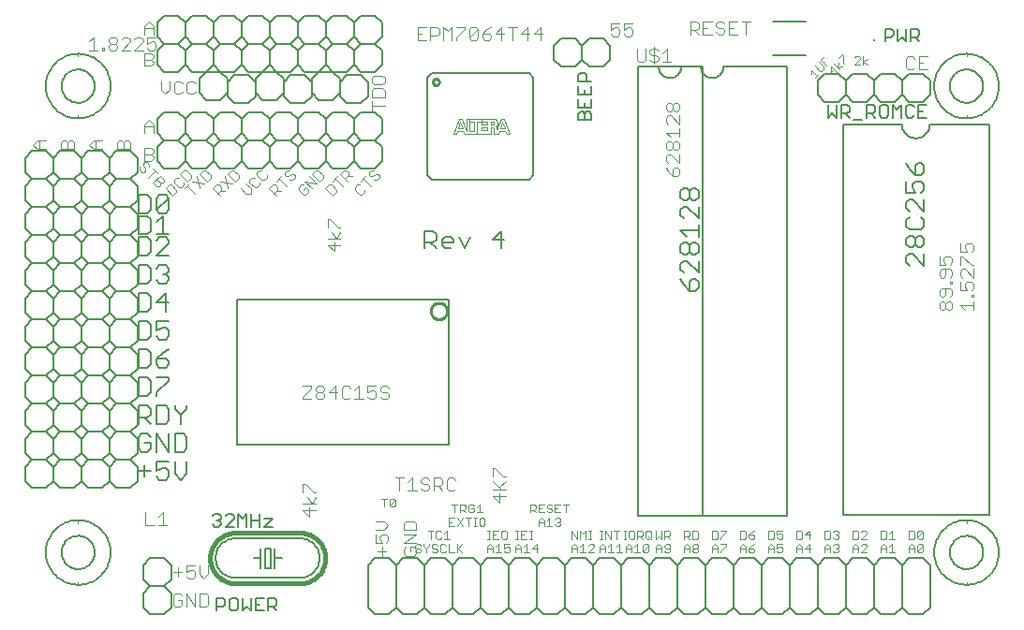
<source format=gto>
G75*
%MOIN*%
%OFA0B0*%
%FSLAX24Y24*%
%IPPOS*%
%LPD*%
%AMOC8*
5,1,8,0,0,1.08239X$1,22.5*
%
%ADD10C,0.0040*%
%ADD11C,0.0030*%
%ADD12C,0.0060*%
%ADD13C,0.0050*%
%ADD14R,0.0098X0.0098*%
%ADD15C,0.0020*%
%ADD16C,0.0080*%
%ADD17C,0.0100*%
%ADD18C,0.0070*%
%ADD19C,0.0160*%
D10*
X006083Y001722D02*
X006159Y001645D01*
X006313Y001645D01*
X006389Y001722D01*
X006389Y001875D01*
X006236Y001875D01*
X006083Y001722D02*
X006083Y002029D01*
X006159Y002105D01*
X006313Y002105D01*
X006389Y002029D01*
X006543Y002105D02*
X006850Y001645D01*
X006850Y002105D01*
X007003Y002105D02*
X007233Y002105D01*
X007310Y002029D01*
X007310Y001722D01*
X007233Y001645D01*
X007003Y001645D01*
X007003Y002105D01*
X006543Y002105D02*
X006543Y001645D01*
X006620Y002645D02*
X006543Y002722D01*
X006620Y002645D02*
X006773Y002645D01*
X006850Y002722D01*
X006850Y002875D01*
X006773Y002952D01*
X006696Y002952D01*
X006543Y002875D01*
X006543Y003105D01*
X006850Y003105D01*
X007003Y003105D02*
X007003Y002798D01*
X007157Y002645D01*
X007310Y002798D01*
X007310Y003105D01*
X006389Y002875D02*
X006083Y002875D01*
X006236Y002722D02*
X006236Y003029D01*
X005862Y004545D02*
X005555Y004545D01*
X005402Y004545D02*
X005095Y004545D01*
X005095Y005005D01*
X005555Y004852D02*
X005709Y005005D01*
X005709Y004545D01*
X010695Y005088D02*
X010925Y004858D01*
X010925Y005164D01*
X011002Y005318D02*
X010848Y005548D01*
X010695Y005702D02*
X010695Y006008D01*
X010771Y006008D01*
X011078Y005702D01*
X011155Y005702D01*
X011155Y005548D02*
X011002Y005318D01*
X011155Y005318D02*
X010695Y005318D01*
X010695Y005088D02*
X011155Y005088D01*
X013270Y004685D02*
X013577Y004685D01*
X013730Y004532D01*
X013577Y004378D01*
X013270Y004378D01*
X013270Y004225D02*
X013270Y003918D01*
X013500Y003918D01*
X013423Y004071D01*
X013423Y004148D01*
X013500Y004225D01*
X013653Y004225D01*
X013730Y004148D01*
X013730Y003995D01*
X013653Y003918D01*
X013500Y003764D02*
X013500Y003458D01*
X013653Y003611D02*
X013346Y003611D01*
X014270Y003688D02*
X014270Y003534D01*
X014346Y003458D01*
X014653Y003458D01*
X014730Y003534D01*
X014730Y003688D01*
X014653Y003764D01*
X014500Y003764D01*
X014500Y003611D01*
X014346Y003764D02*
X014270Y003688D01*
X014270Y003918D02*
X014730Y004225D01*
X014270Y004225D01*
X014270Y004378D02*
X014270Y004608D01*
X014346Y004685D01*
X014653Y004685D01*
X014730Y004608D01*
X014730Y004378D01*
X014270Y004378D01*
X014270Y003918D02*
X014730Y003918D01*
X017445Y005588D02*
X017675Y005358D01*
X017675Y005664D01*
X017752Y005818D02*
X017445Y006125D01*
X017445Y006278D02*
X017445Y006585D01*
X017521Y006585D01*
X017828Y006278D01*
X017905Y006278D01*
X017905Y006125D02*
X017675Y005895D01*
X017445Y005818D02*
X017905Y005818D01*
X017905Y005588D02*
X017445Y005588D01*
X016118Y005854D02*
X016042Y005777D01*
X015888Y005777D01*
X015812Y005854D01*
X015812Y006160D01*
X015888Y006237D01*
X016042Y006237D01*
X016118Y006160D01*
X015658Y006160D02*
X015658Y006007D01*
X015581Y005930D01*
X015351Y005930D01*
X015351Y005777D02*
X015351Y006237D01*
X015581Y006237D01*
X015658Y006160D01*
X015505Y005930D02*
X015658Y005777D01*
X015198Y005854D02*
X015121Y005777D01*
X014968Y005777D01*
X014891Y005854D01*
X014968Y006007D02*
X015121Y006007D01*
X015198Y005930D01*
X015198Y005854D01*
X014968Y006007D02*
X014891Y006084D01*
X014891Y006160D01*
X014968Y006237D01*
X015121Y006237D01*
X015198Y006160D01*
X014584Y006237D02*
X014584Y005777D01*
X014737Y005777D02*
X014430Y005777D01*
X014123Y005777D02*
X014123Y006237D01*
X013970Y006237D02*
X014277Y006237D01*
X014430Y006084D02*
X014584Y006237D01*
X013681Y009042D02*
X013527Y009042D01*
X013450Y009118D01*
X013297Y009118D02*
X013297Y009272D01*
X013220Y009349D01*
X013143Y009349D01*
X012990Y009272D01*
X012990Y009502D01*
X013297Y009502D01*
X013450Y009425D02*
X013450Y009349D01*
X013527Y009272D01*
X013681Y009272D01*
X013757Y009195D01*
X013757Y009118D01*
X013681Y009042D01*
X013297Y009118D02*
X013220Y009042D01*
X013067Y009042D01*
X012990Y009118D01*
X012836Y009042D02*
X012530Y009042D01*
X012683Y009042D02*
X012683Y009502D01*
X012530Y009349D01*
X012376Y009425D02*
X012299Y009502D01*
X012146Y009502D01*
X012069Y009425D01*
X012069Y009118D01*
X012146Y009042D01*
X012299Y009042D01*
X012376Y009118D01*
X011916Y009272D02*
X011609Y009272D01*
X011839Y009502D01*
X011839Y009042D01*
X011455Y009118D02*
X011455Y009195D01*
X011379Y009272D01*
X011225Y009272D01*
X011148Y009349D01*
X011148Y009425D01*
X011225Y009502D01*
X011379Y009502D01*
X011455Y009425D01*
X011455Y009349D01*
X011379Y009272D01*
X011225Y009272D02*
X011148Y009195D01*
X011148Y009118D01*
X011225Y009042D01*
X011379Y009042D01*
X011455Y009118D01*
X010995Y009042D02*
X010688Y009042D01*
X010688Y009118D01*
X010995Y009425D01*
X010995Y009502D01*
X010688Y009502D01*
X013450Y009425D02*
X013527Y009502D01*
X013681Y009502D01*
X013757Y009425D01*
X011800Y014295D02*
X011800Y014602D01*
X011877Y014755D02*
X011723Y014986D01*
X011570Y015139D02*
X011570Y015446D01*
X011646Y015446D01*
X011953Y015139D01*
X012030Y015139D01*
X012030Y014986D02*
X011877Y014755D01*
X012030Y014755D02*
X011570Y014755D01*
X011570Y014525D02*
X011800Y014295D01*
X012030Y014525D02*
X011570Y014525D01*
X005367Y017597D02*
X005290Y017520D01*
X005060Y017520D01*
X005060Y017980D01*
X005290Y017980D01*
X005367Y017904D01*
X005367Y017827D01*
X005290Y017750D01*
X005060Y017750D01*
X005290Y017750D02*
X005367Y017673D01*
X005367Y017597D01*
X004543Y017935D02*
X004543Y018165D01*
X004466Y018242D01*
X004389Y018242D01*
X004312Y018165D01*
X004312Y017935D01*
X004312Y018165D02*
X004236Y018242D01*
X004159Y018242D01*
X004082Y018165D01*
X004082Y017935D01*
X004543Y017935D01*
X005060Y018520D02*
X005060Y018827D01*
X005213Y018980D01*
X005367Y018827D01*
X005367Y018520D01*
X005367Y018750D02*
X005060Y018750D01*
X003543Y018242D02*
X003236Y018242D01*
X003082Y018088D01*
X003236Y017935D01*
X003543Y017935D01*
X003312Y017935D02*
X003312Y018242D01*
X002543Y018165D02*
X002543Y017935D01*
X002082Y017935D01*
X002082Y018165D01*
X002159Y018242D01*
X002236Y018242D01*
X002312Y018165D01*
X002312Y017935D01*
X002312Y018165D02*
X002389Y018242D01*
X002466Y018242D01*
X002543Y018165D01*
X001543Y018242D02*
X001236Y018242D01*
X001082Y018088D01*
X001236Y017935D01*
X001543Y017935D01*
X001312Y017935D02*
X001312Y018242D01*
X005060Y020895D02*
X005290Y020895D01*
X005367Y020972D01*
X005367Y021048D01*
X005290Y021125D01*
X005060Y021125D01*
X005290Y021125D02*
X005367Y021202D01*
X005367Y021279D01*
X005290Y021355D01*
X005060Y021355D01*
X005060Y020895D01*
X005639Y020355D02*
X005639Y020048D01*
X005792Y019895D01*
X005946Y020048D01*
X005946Y020355D01*
X006099Y020279D02*
X006099Y019972D01*
X006176Y019895D01*
X006329Y019895D01*
X006406Y019972D01*
X006560Y019972D02*
X006636Y019895D01*
X006790Y019895D01*
X006867Y019972D01*
X006560Y019972D02*
X006560Y020279D01*
X006636Y020355D01*
X006790Y020355D01*
X006867Y020279D01*
X006406Y020279D02*
X006329Y020355D01*
X006176Y020355D01*
X006099Y020279D01*
X005384Y021458D02*
X005231Y021458D01*
X005154Y021534D01*
X005154Y021688D02*
X005308Y021764D01*
X005384Y021764D01*
X005461Y021688D01*
X005461Y021534D01*
X005384Y021458D01*
X005154Y021688D02*
X005154Y021918D01*
X005461Y021918D01*
X005367Y022020D02*
X005367Y022327D01*
X005213Y022480D01*
X005060Y022327D01*
X005060Y022020D01*
X004924Y021918D02*
X004771Y021918D01*
X004694Y021841D01*
X004540Y021841D02*
X004464Y021918D01*
X004310Y021918D01*
X004233Y021841D01*
X004080Y021841D02*
X004003Y021918D01*
X003850Y021918D01*
X003773Y021841D01*
X003773Y021764D01*
X003850Y021688D01*
X004003Y021688D01*
X004080Y021611D01*
X004080Y021534D01*
X004003Y021458D01*
X003850Y021458D01*
X003773Y021534D01*
X003773Y021611D01*
X003850Y021688D01*
X004003Y021688D02*
X004080Y021764D01*
X004080Y021841D01*
X004233Y021458D02*
X004540Y021764D01*
X004540Y021841D01*
X004540Y021458D02*
X004233Y021458D01*
X004694Y021458D02*
X005001Y021764D01*
X005001Y021841D01*
X004924Y021918D01*
X005060Y022250D02*
X005367Y022250D01*
X005001Y021458D02*
X004694Y021458D01*
X003620Y021458D02*
X003543Y021458D01*
X003543Y021534D01*
X003620Y021534D01*
X003620Y021458D01*
X003389Y021458D02*
X003083Y021458D01*
X003236Y021458D02*
X003236Y021918D01*
X003083Y021764D01*
X013145Y020477D02*
X013145Y020324D01*
X013221Y020247D01*
X013528Y020247D01*
X013605Y020324D01*
X013605Y020477D01*
X013528Y020554D01*
X013221Y020554D01*
X013145Y020477D01*
X013221Y020094D02*
X013145Y020017D01*
X013145Y019787D01*
X013605Y019787D01*
X013605Y020017D01*
X013528Y020094D01*
X013221Y020094D01*
X013145Y019633D02*
X013145Y019326D01*
X013145Y019480D02*
X013605Y019480D01*
X014770Y021823D02*
X015077Y021823D01*
X015230Y021823D02*
X015230Y022284D01*
X015461Y022284D01*
X015537Y022207D01*
X015537Y022053D01*
X015461Y021977D01*
X015230Y021977D01*
X014923Y022053D02*
X014770Y022053D01*
X014770Y021823D02*
X014770Y022284D01*
X015077Y022284D01*
X015691Y022284D02*
X015691Y021823D01*
X015998Y021823D02*
X015998Y022284D01*
X015844Y022130D01*
X015691Y022284D01*
X016151Y022284D02*
X016458Y022284D01*
X016458Y022207D01*
X016151Y021900D01*
X016151Y021823D01*
X016612Y021900D02*
X016918Y022207D01*
X016918Y021900D01*
X016842Y021823D01*
X016688Y021823D01*
X016612Y021900D01*
X016612Y022207D01*
X016688Y022284D01*
X016842Y022284D01*
X016918Y022207D01*
X017072Y022053D02*
X017302Y022053D01*
X017379Y021977D01*
X017379Y021900D01*
X017302Y021823D01*
X017149Y021823D01*
X017072Y021900D01*
X017072Y022053D01*
X017225Y022207D01*
X017379Y022284D01*
X017532Y022053D02*
X017839Y022053D01*
X017763Y021823D02*
X017763Y022284D01*
X017532Y022053D01*
X017993Y022284D02*
X018300Y022284D01*
X018146Y022284D02*
X018146Y021823D01*
X018453Y022053D02*
X018760Y022053D01*
X018914Y022053D02*
X019220Y022053D01*
X019144Y021823D02*
X019144Y022284D01*
X018914Y022053D01*
X018683Y021823D02*
X018683Y022284D01*
X018453Y022053D01*
X021645Y022034D02*
X021722Y021958D01*
X021875Y021958D01*
X021952Y022034D01*
X021952Y022188D01*
X021875Y022264D01*
X021798Y022264D01*
X021645Y022188D01*
X021645Y022418D01*
X021952Y022418D01*
X022105Y022418D02*
X022105Y022188D01*
X022259Y022264D01*
X022336Y022264D01*
X022412Y022188D01*
X022412Y022034D01*
X022336Y021958D01*
X022182Y021958D01*
X022105Y022034D01*
X022105Y022418D02*
X022412Y022418D01*
X022570Y021505D02*
X022570Y021122D01*
X022647Y021045D01*
X022800Y021045D01*
X022877Y021122D01*
X022877Y021505D01*
X023030Y021429D02*
X023030Y021352D01*
X023107Y021275D01*
X023261Y021275D01*
X023337Y021198D01*
X023337Y021122D01*
X023261Y021045D01*
X023107Y021045D01*
X023030Y021122D01*
X023184Y020968D02*
X023184Y021582D01*
X023261Y021505D02*
X023337Y021429D01*
X023261Y021505D02*
X023107Y021505D01*
X023030Y021429D01*
X023491Y021352D02*
X023644Y021505D01*
X023644Y021045D01*
X023491Y021045D02*
X023798Y021045D01*
X024468Y022020D02*
X024468Y022480D01*
X024698Y022480D01*
X024775Y022404D01*
X024775Y022250D01*
X024698Y022173D01*
X024468Y022173D01*
X024621Y022173D02*
X024775Y022020D01*
X024928Y022020D02*
X025235Y022020D01*
X025389Y022097D02*
X025466Y022020D01*
X025619Y022020D01*
X025696Y022097D01*
X025696Y022173D01*
X025619Y022250D01*
X025466Y022250D01*
X025389Y022327D01*
X025389Y022404D01*
X025466Y022480D01*
X025619Y022480D01*
X025696Y022404D01*
X025849Y022480D02*
X025849Y022020D01*
X026156Y022020D01*
X026003Y022250D02*
X025849Y022250D01*
X025849Y022480D02*
X026156Y022480D01*
X026310Y022480D02*
X026617Y022480D01*
X026463Y022480D02*
X026463Y022020D01*
X025235Y022480D02*
X024928Y022480D01*
X024928Y022020D01*
X024928Y022250D02*
X025082Y022250D01*
X024003Y019592D02*
X024080Y019515D01*
X024080Y019361D01*
X024003Y019285D01*
X023927Y019285D01*
X023850Y019361D01*
X023850Y019515D01*
X023927Y019592D01*
X024003Y019592D01*
X023850Y019515D02*
X023773Y019592D01*
X023696Y019592D01*
X023620Y019515D01*
X023620Y019361D01*
X023696Y019285D01*
X023773Y019285D01*
X023850Y019361D01*
X023773Y019131D02*
X023696Y019131D01*
X023620Y019054D01*
X023620Y018901D01*
X023696Y018824D01*
X023773Y019131D02*
X024080Y018824D01*
X024080Y019131D01*
X024080Y018671D02*
X024080Y018364D01*
X024080Y018517D02*
X023620Y018517D01*
X023773Y018364D01*
X023773Y018210D02*
X023696Y018210D01*
X023620Y018134D01*
X023620Y017980D01*
X023696Y017903D01*
X023773Y017903D01*
X023850Y017980D01*
X023850Y018134D01*
X023927Y018210D01*
X024003Y018210D01*
X024080Y018134D01*
X024080Y017980D01*
X024003Y017903D01*
X023927Y017903D01*
X023850Y017980D01*
X023850Y018134D02*
X023773Y018210D01*
X023773Y017750D02*
X023696Y017750D01*
X023620Y017673D01*
X023620Y017520D01*
X023696Y017443D01*
X023620Y017290D02*
X023696Y017136D01*
X023850Y016983D01*
X023850Y017213D01*
X023927Y017290D01*
X024003Y017290D01*
X024080Y017213D01*
X024080Y017059D01*
X024003Y016983D01*
X023850Y016983D01*
X024080Y017443D02*
X023773Y017750D01*
X024080Y017750D02*
X024080Y017443D01*
X032145Y020847D02*
X032222Y020770D01*
X032375Y020770D01*
X032452Y020847D01*
X032605Y020770D02*
X032912Y020770D01*
X032759Y021000D02*
X032605Y021000D01*
X032452Y021154D02*
X032375Y021230D01*
X032222Y021230D01*
X032145Y021154D01*
X032145Y020847D01*
X032605Y020770D02*
X032605Y021230D01*
X032912Y021230D01*
X034082Y014586D02*
X034082Y014279D01*
X034312Y014279D01*
X034236Y014433D01*
X034236Y014509D01*
X034312Y014586D01*
X034466Y014586D01*
X034543Y014509D01*
X034543Y014356D01*
X034466Y014279D01*
X034159Y014126D02*
X034466Y013819D01*
X034543Y013819D01*
X034543Y013665D02*
X034543Y013358D01*
X034236Y013665D01*
X034159Y013665D01*
X034082Y013589D01*
X034082Y013435D01*
X034159Y013358D01*
X034082Y013205D02*
X034082Y012898D01*
X034312Y012898D01*
X034236Y013052D01*
X034236Y013128D01*
X034312Y013205D01*
X034466Y013205D01*
X034543Y013128D01*
X034543Y012975D01*
X034466Y012898D01*
X034466Y012745D02*
X034543Y012745D01*
X034543Y012668D01*
X034466Y012668D01*
X034466Y012745D01*
X034543Y012514D02*
X034543Y012208D01*
X034543Y012361D02*
X034082Y012361D01*
X034236Y012208D01*
X033793Y012284D02*
X033716Y012208D01*
X033639Y012208D01*
X033562Y012284D01*
X033562Y012438D01*
X033639Y012514D01*
X033716Y012514D01*
X033793Y012438D01*
X033793Y012284D01*
X033562Y012284D02*
X033486Y012208D01*
X033409Y012208D01*
X033332Y012284D01*
X033332Y012438D01*
X033409Y012514D01*
X033486Y012514D01*
X033562Y012438D01*
X033486Y012668D02*
X033409Y012668D01*
X033332Y012745D01*
X033332Y012898D01*
X033409Y012975D01*
X033716Y012975D01*
X033793Y012898D01*
X033793Y012745D01*
X033716Y012668D01*
X033562Y012745D02*
X033486Y012668D01*
X033562Y012745D02*
X033562Y012975D01*
X033716Y013128D02*
X033716Y013205D01*
X033793Y013205D01*
X033793Y013128D01*
X033716Y013128D01*
X033716Y013358D02*
X033793Y013435D01*
X033793Y013589D01*
X033716Y013665D01*
X033409Y013665D01*
X033332Y013589D01*
X033332Y013435D01*
X033409Y013358D01*
X033486Y013358D01*
X033562Y013435D01*
X033562Y013665D01*
X033562Y013819D02*
X033486Y013972D01*
X033486Y014049D01*
X033562Y014126D01*
X033716Y014126D01*
X033793Y014049D01*
X033793Y013896D01*
X033716Y013819D01*
X033562Y013819D02*
X033332Y013819D01*
X033332Y014126D01*
X034082Y014126D02*
X034082Y013819D01*
X034082Y014126D02*
X034159Y014126D01*
D11*
X028914Y020482D02*
X029051Y020619D01*
X028982Y020551D02*
X028777Y020756D01*
X028777Y020619D01*
X028917Y020896D02*
X029088Y020725D01*
X029156Y020725D01*
X029225Y020793D01*
X029225Y020862D01*
X029054Y021033D01*
X029125Y021104D02*
X029262Y021241D01*
X029296Y021070D02*
X029228Y021002D01*
X029330Y020899D02*
X029125Y021104D01*
X029471Y020887D02*
X029471Y020682D01*
X029608Y020819D01*
X029713Y020856D02*
X029748Y021027D01*
X029750Y021167D02*
X029887Y021304D01*
X029921Y021269D01*
X029921Y020996D01*
X029955Y020962D01*
X029884Y020891D02*
X029713Y020856D01*
X029782Y020788D02*
X029577Y020993D01*
X029471Y020887D02*
X029676Y020682D01*
X030328Y020953D02*
X030521Y021146D01*
X030521Y021194D01*
X030473Y021243D01*
X030376Y021243D01*
X030328Y021194D01*
X030328Y020953D02*
X030521Y020953D01*
X030622Y020953D02*
X030622Y021243D01*
X030767Y021146D02*
X030622Y021049D01*
X030767Y020953D01*
X013403Y017009D02*
X013403Y016921D01*
X013316Y016834D01*
X013229Y016834D01*
X013185Y016965D02*
X013272Y017052D01*
X013360Y017052D01*
X013403Y017009D01*
X013185Y016965D02*
X013098Y016965D01*
X013054Y017009D01*
X013054Y017096D01*
X013141Y017183D01*
X013229Y017183D01*
X012925Y016966D02*
X012750Y016792D01*
X012837Y016879D02*
X013099Y016617D01*
X012882Y016488D02*
X012882Y016400D01*
X012795Y016313D01*
X012708Y016313D01*
X012533Y016488D01*
X012533Y016575D01*
X012621Y016662D01*
X012708Y016662D01*
X012272Y016790D02*
X012011Y017052D01*
X012141Y017183D01*
X012229Y017183D01*
X012316Y017096D01*
X012316Y017009D01*
X012185Y016878D01*
X012272Y016965D02*
X012447Y016965D01*
X011925Y016966D02*
X011750Y016792D01*
X011837Y016879D02*
X012099Y016617D01*
X011882Y016488D02*
X011708Y016662D01*
X011621Y016662D01*
X011490Y016531D01*
X011752Y016270D01*
X011882Y016400D01*
X011882Y016488D01*
X011403Y016921D02*
X011403Y017009D01*
X011229Y017183D01*
X011141Y017183D01*
X011011Y017052D01*
X011272Y016790D01*
X011403Y016921D01*
X011187Y016705D02*
X010925Y016966D01*
X010750Y016792D02*
X011187Y016705D01*
X011012Y016530D02*
X010750Y016792D01*
X010708Y016662D02*
X010621Y016662D01*
X010533Y016575D01*
X010533Y016488D01*
X010708Y016313D01*
X010795Y016313D01*
X010882Y016400D01*
X010882Y016488D01*
X010795Y016575D01*
X010708Y016488D01*
X010316Y016834D02*
X010229Y016834D01*
X010316Y016834D02*
X010403Y016921D01*
X010403Y017009D01*
X010360Y017052D01*
X010272Y017052D01*
X010185Y016965D01*
X010098Y016965D01*
X010054Y017009D01*
X010054Y017096D01*
X010141Y017183D01*
X010229Y017183D01*
X009925Y016966D02*
X009750Y016792D01*
X009837Y016879D02*
X010099Y016617D01*
X009926Y016444D02*
X009752Y016444D01*
X009795Y016488D02*
X009664Y016357D01*
X009752Y016270D02*
X009490Y016531D01*
X009621Y016662D01*
X009708Y016662D01*
X009795Y016575D01*
X009795Y016488D01*
X009403Y016921D02*
X009316Y016834D01*
X009229Y016834D01*
X009054Y017009D01*
X009054Y017096D01*
X009141Y017183D01*
X009229Y017183D01*
X009403Y017009D02*
X009403Y016921D01*
X009143Y016748D02*
X009143Y016661D01*
X009056Y016574D01*
X008968Y016574D01*
X008794Y016748D01*
X008794Y016835D01*
X008881Y016923D01*
X008968Y016923D01*
X008664Y016706D02*
X008839Y016531D01*
X008839Y016357D01*
X008664Y016357D01*
X008490Y016531D01*
X008272Y016790D02*
X008403Y016921D01*
X008403Y017009D01*
X008229Y017183D01*
X008141Y017183D01*
X008011Y017052D01*
X008272Y016790D01*
X008187Y016705D02*
X007750Y016792D01*
X007708Y016662D02*
X007795Y016575D01*
X007795Y016488D01*
X007664Y016357D01*
X007752Y016444D02*
X007926Y016444D01*
X008012Y016530D02*
X007925Y016966D01*
X007708Y016662D02*
X007621Y016662D01*
X007490Y016531D01*
X007752Y016270D01*
X007272Y016790D02*
X007403Y016921D01*
X007403Y017009D01*
X007229Y017183D01*
X007141Y017183D01*
X007011Y017052D01*
X007272Y016790D01*
X007187Y016705D02*
X006750Y016792D01*
X006664Y016706D02*
X006490Y016531D01*
X006577Y016619D02*
X006839Y016357D01*
X007012Y016530D02*
X006925Y016966D01*
X006716Y017009D02*
X006541Y017183D01*
X006454Y017183D01*
X006323Y017052D01*
X006585Y016790D01*
X006716Y016921D01*
X006716Y017009D01*
X006455Y016748D02*
X006455Y016661D01*
X006368Y016574D01*
X006281Y016574D01*
X006106Y016748D01*
X006106Y016835D01*
X006194Y016923D01*
X006281Y016923D01*
X005747Y016860D02*
X005747Y016773D01*
X005704Y016729D01*
X005616Y016729D01*
X005486Y016860D01*
X005616Y016729D02*
X005616Y016642D01*
X005573Y016598D01*
X005486Y016598D01*
X005355Y016729D01*
X005616Y016991D01*
X005747Y016860D01*
X005933Y016662D02*
X005802Y016531D01*
X006064Y016270D01*
X006195Y016400D01*
X006195Y016488D01*
X006020Y016662D01*
X005933Y016662D01*
X005531Y017077D02*
X005356Y017251D01*
X005443Y017164D02*
X005181Y016902D01*
X005052Y017119D02*
X004965Y017119D01*
X004877Y017206D01*
X004877Y017294D01*
X005008Y017337D02*
X005096Y017250D01*
X005096Y017163D01*
X005052Y017119D01*
X005008Y017337D02*
X005008Y017425D01*
X005052Y017468D01*
X005139Y017468D01*
X005226Y017381D01*
X005226Y017294D01*
X013488Y005485D02*
X013682Y005485D01*
X013585Y005485D02*
X013585Y005195D01*
X013783Y005243D02*
X013976Y005437D01*
X013976Y005243D01*
X013928Y005195D01*
X013831Y005195D01*
X013783Y005243D01*
X013783Y005437D01*
X013831Y005485D01*
X013928Y005485D01*
X013976Y005437D01*
X015136Y004348D02*
X015329Y004348D01*
X015232Y004348D02*
X015232Y004058D01*
X015182Y003868D02*
X015182Y003819D01*
X015085Y003723D01*
X015085Y003578D01*
X015085Y003723D02*
X014988Y003819D01*
X014988Y003868D01*
X014887Y003819D02*
X014839Y003868D01*
X014742Y003868D01*
X014694Y003819D01*
X014694Y003771D01*
X014742Y003723D01*
X014839Y003723D01*
X014887Y003674D01*
X014887Y003626D01*
X014839Y003578D01*
X014742Y003578D01*
X014694Y003626D01*
X015283Y003626D02*
X015331Y003578D01*
X015428Y003578D01*
X015476Y003626D01*
X015476Y003674D01*
X015428Y003723D01*
X015331Y003723D01*
X015283Y003771D01*
X015283Y003819D01*
X015331Y003868D01*
X015428Y003868D01*
X015476Y003819D01*
X015578Y003819D02*
X015578Y003626D01*
X015626Y003578D01*
X015723Y003578D01*
X015771Y003626D01*
X015872Y003578D02*
X016066Y003578D01*
X016167Y003578D02*
X016167Y003868D01*
X016215Y003723D02*
X016360Y003578D01*
X016167Y003674D02*
X016360Y003868D01*
X015918Y004058D02*
X015725Y004058D01*
X015822Y004058D02*
X015822Y004348D01*
X015725Y004251D01*
X015624Y004299D02*
X015575Y004348D01*
X015479Y004348D01*
X015430Y004299D01*
X015430Y004106D01*
X015479Y004058D01*
X015575Y004058D01*
X015624Y004106D01*
X015626Y003868D02*
X015578Y003819D01*
X015626Y003868D02*
X015723Y003868D01*
X015771Y003819D01*
X015872Y003868D02*
X015872Y003578D01*
X015890Y004515D02*
X016083Y004515D01*
X016185Y004515D02*
X016378Y004805D01*
X016479Y004805D02*
X016673Y004805D01*
X016576Y004805D02*
X016576Y004515D01*
X016378Y004515D02*
X016185Y004805D01*
X016083Y004805D02*
X015890Y004805D01*
X015890Y004515D01*
X015890Y004660D02*
X015987Y004660D01*
X016085Y004995D02*
X016085Y005285D01*
X015988Y005285D02*
X016182Y005285D01*
X016283Y005285D02*
X016428Y005285D01*
X016476Y005237D01*
X016476Y005140D01*
X016428Y005092D01*
X016283Y005092D01*
X016380Y005092D02*
X016476Y004995D01*
X016578Y005043D02*
X016626Y004995D01*
X016723Y004995D01*
X016771Y005043D01*
X016771Y005140D01*
X016674Y005140D01*
X016578Y005237D02*
X016578Y005043D01*
X016578Y005237D02*
X016626Y005285D01*
X016723Y005285D01*
X016771Y005237D01*
X016872Y005188D02*
X016969Y005285D01*
X016969Y004995D01*
X016872Y004995D02*
X017066Y004995D01*
X017019Y004805D02*
X016970Y004757D01*
X016970Y004563D01*
X017019Y004515D01*
X017115Y004515D01*
X017164Y004563D01*
X017164Y004757D01*
X017115Y004805D01*
X017019Y004805D01*
X016871Y004805D02*
X016774Y004805D01*
X016822Y004805D02*
X016822Y004515D01*
X016774Y004515D02*
X016871Y004515D01*
X017265Y004348D02*
X017362Y004348D01*
X017313Y004348D02*
X017313Y004058D01*
X017265Y004058D02*
X017362Y004058D01*
X017461Y004058D02*
X017461Y004348D01*
X017655Y004348D01*
X017756Y004299D02*
X017756Y004106D01*
X017804Y004058D01*
X017901Y004058D01*
X017950Y004106D01*
X017950Y004299D01*
X017901Y004348D01*
X017804Y004348D01*
X017756Y004299D01*
X017558Y004203D02*
X017461Y004203D01*
X017461Y004058D02*
X017655Y004058D01*
X017656Y003868D02*
X017656Y003578D01*
X017560Y003578D02*
X017753Y003578D01*
X017854Y003626D02*
X017903Y003578D01*
X017999Y003578D01*
X018048Y003626D01*
X018048Y003723D01*
X017999Y003771D01*
X017951Y003771D01*
X017854Y003723D01*
X017854Y003868D01*
X018048Y003868D01*
X018265Y003771D02*
X018265Y003578D01*
X018265Y003723D02*
X018458Y003723D01*
X018458Y003771D02*
X018458Y003578D01*
X018560Y003578D02*
X018753Y003578D01*
X018656Y003578D02*
X018656Y003868D01*
X018560Y003771D01*
X018458Y003771D02*
X018362Y003868D01*
X018265Y003771D01*
X018265Y004058D02*
X018362Y004058D01*
X018313Y004058D02*
X018313Y004348D01*
X018265Y004348D02*
X018362Y004348D01*
X018461Y004348D02*
X018461Y004058D01*
X018655Y004058D01*
X018756Y004058D02*
X018853Y004058D01*
X018804Y004058D02*
X018804Y004348D01*
X018756Y004348D02*
X018853Y004348D01*
X018655Y004348D02*
X018461Y004348D01*
X018461Y004203D02*
X018558Y004203D01*
X018999Y003868D02*
X018854Y003723D01*
X019048Y003723D01*
X018999Y003578D02*
X018999Y003868D01*
X019073Y004515D02*
X019073Y004708D01*
X019170Y004805D01*
X019267Y004708D01*
X019267Y004515D01*
X019368Y004515D02*
X019561Y004515D01*
X019464Y004515D02*
X019464Y004805D01*
X019368Y004708D01*
X019267Y004660D02*
X019073Y004660D01*
X019662Y004563D02*
X019711Y004515D01*
X019807Y004515D01*
X019856Y004563D01*
X019856Y004612D01*
X019807Y004660D01*
X019759Y004660D01*
X019807Y004660D02*
X019856Y004708D01*
X019856Y004757D01*
X019807Y004805D01*
X019711Y004805D01*
X019662Y004757D01*
X019662Y004995D02*
X019856Y004995D01*
X019759Y005140D02*
X019662Y005140D01*
X019561Y005092D02*
X019561Y005043D01*
X019513Y004995D01*
X019416Y004995D01*
X019368Y005043D01*
X019416Y005140D02*
X019513Y005140D01*
X019561Y005092D01*
X019662Y004995D02*
X019662Y005285D01*
X019856Y005285D01*
X019957Y005285D02*
X020150Y005285D01*
X020054Y005285D02*
X020054Y004995D01*
X019561Y005237D02*
X019513Y005285D01*
X019416Y005285D01*
X019368Y005237D01*
X019368Y005188D01*
X019416Y005140D01*
X019267Y004995D02*
X019073Y004995D01*
X019073Y005285D01*
X019267Y005285D01*
X019170Y005140D02*
X019073Y005140D01*
X018972Y005140D02*
X018923Y005092D01*
X018778Y005092D01*
X018778Y004995D02*
X018778Y005285D01*
X018923Y005285D01*
X018972Y005237D01*
X018972Y005140D01*
X018875Y005092D02*
X018972Y004995D01*
X020265Y004348D02*
X020458Y004058D01*
X020458Y004348D01*
X020560Y004348D02*
X020656Y004251D01*
X020753Y004348D01*
X020753Y004058D01*
X020854Y004058D02*
X020951Y004058D01*
X020903Y004058D02*
X020903Y004348D01*
X020951Y004348D02*
X020854Y004348D01*
X020560Y004348D02*
X020560Y004058D01*
X020656Y003868D02*
X020656Y003578D01*
X020560Y003578D02*
X020753Y003578D01*
X020854Y003578D02*
X021048Y003771D01*
X021048Y003819D01*
X020999Y003868D01*
X020903Y003868D01*
X020854Y003819D01*
X020656Y003868D02*
X020560Y003771D01*
X020458Y003771D02*
X020458Y003578D01*
X020458Y003723D02*
X020265Y003723D01*
X020265Y003771D02*
X020265Y003578D01*
X020265Y003771D02*
X020362Y003868D01*
X020458Y003771D01*
X020265Y004058D02*
X020265Y004348D01*
X020854Y003578D02*
X021048Y003578D01*
X021265Y003578D02*
X021265Y003771D01*
X021362Y003868D01*
X021458Y003771D01*
X021458Y003578D01*
X021560Y003578D02*
X021753Y003578D01*
X021656Y003578D02*
X021656Y003868D01*
X021560Y003771D01*
X021458Y003723D02*
X021265Y003723D01*
X021854Y003771D02*
X021951Y003868D01*
X021951Y003578D01*
X021854Y003578D02*
X022048Y003578D01*
X022198Y003578D02*
X022198Y003771D01*
X022295Y003868D01*
X022392Y003771D01*
X022392Y003578D01*
X022493Y003578D02*
X022686Y003578D01*
X022589Y003578D02*
X022589Y003868D01*
X022493Y003771D01*
X022392Y003723D02*
X022198Y003723D01*
X022197Y004058D02*
X022100Y004058D01*
X022148Y004058D02*
X022148Y004348D01*
X022100Y004348D02*
X022197Y004348D01*
X022296Y004299D02*
X022296Y004106D01*
X022345Y004058D01*
X022441Y004058D01*
X022490Y004106D01*
X022490Y004299D01*
X022441Y004348D01*
X022345Y004348D01*
X022296Y004299D01*
X022591Y004348D02*
X022736Y004348D01*
X022784Y004299D01*
X022784Y004203D01*
X022736Y004154D01*
X022591Y004154D01*
X022591Y004058D02*
X022591Y004348D01*
X022688Y004154D02*
X022784Y004058D01*
X022886Y004106D02*
X022934Y004058D01*
X023031Y004058D01*
X023079Y004106D01*
X023079Y004299D01*
X023031Y004348D01*
X022934Y004348D01*
X022886Y004299D01*
X022886Y004106D01*
X022982Y004154D02*
X023079Y004058D01*
X023265Y004058D02*
X023362Y004154D01*
X023458Y004058D01*
X023458Y004348D01*
X023560Y004348D02*
X023705Y004348D01*
X023753Y004299D01*
X023753Y004203D01*
X023705Y004154D01*
X023560Y004154D01*
X023656Y004154D02*
X023753Y004058D01*
X023560Y004058D02*
X023560Y004348D01*
X023265Y004348D02*
X023265Y004058D01*
X023362Y003868D02*
X023458Y003771D01*
X023458Y003578D01*
X023560Y003626D02*
X023608Y003578D01*
X023705Y003578D01*
X023753Y003626D01*
X023753Y003819D01*
X023705Y003868D01*
X023608Y003868D01*
X023560Y003819D01*
X023560Y003771D01*
X023608Y003723D01*
X023753Y003723D01*
X023458Y003723D02*
X023265Y003723D01*
X023265Y003771D02*
X023265Y003578D01*
X023265Y003771D02*
X023362Y003868D01*
X022981Y003819D02*
X022787Y003626D01*
X022836Y003578D01*
X022932Y003578D01*
X022981Y003626D01*
X022981Y003819D01*
X022932Y003868D01*
X022836Y003868D01*
X022787Y003819D01*
X022787Y003626D01*
X021853Y004058D02*
X021853Y004348D01*
X021756Y004348D02*
X021950Y004348D01*
X021655Y004348D02*
X021655Y004058D01*
X021461Y004348D01*
X021461Y004058D01*
X021362Y004058D02*
X021265Y004058D01*
X021313Y004058D02*
X021313Y004348D01*
X021265Y004348D02*
X021362Y004348D01*
X024265Y004348D02*
X024265Y004058D01*
X024265Y004154D02*
X024410Y004154D01*
X024458Y004203D01*
X024458Y004299D01*
X024410Y004348D01*
X024265Y004348D01*
X024362Y004154D02*
X024458Y004058D01*
X024560Y004058D02*
X024560Y004348D01*
X024705Y004348D01*
X024753Y004299D01*
X024753Y004106D01*
X024705Y004058D01*
X024560Y004058D01*
X024608Y003868D02*
X024705Y003868D01*
X024753Y003819D01*
X024753Y003771D01*
X024705Y003723D01*
X024608Y003723D01*
X024560Y003771D01*
X024560Y003819D01*
X024608Y003868D01*
X024608Y003723D02*
X024560Y003674D01*
X024560Y003626D01*
X024608Y003578D01*
X024705Y003578D01*
X024753Y003626D01*
X024753Y003674D01*
X024705Y003723D01*
X024458Y003723D02*
X024265Y003723D01*
X024265Y003771D02*
X024265Y003578D01*
X024265Y003771D02*
X024362Y003868D01*
X024458Y003771D01*
X024458Y003578D01*
X025265Y003578D02*
X025265Y003771D01*
X025362Y003868D01*
X025458Y003771D01*
X025458Y003578D01*
X025560Y003578D02*
X025560Y003626D01*
X025753Y003819D01*
X025753Y003868D01*
X025560Y003868D01*
X025458Y003723D02*
X025265Y003723D01*
X025265Y004058D02*
X025410Y004058D01*
X025458Y004106D01*
X025458Y004299D01*
X025410Y004348D01*
X025265Y004348D01*
X025265Y004058D01*
X025560Y004058D02*
X025560Y004106D01*
X025753Y004299D01*
X025753Y004348D01*
X025560Y004348D01*
X026265Y004348D02*
X026265Y004058D01*
X026410Y004058D01*
X026458Y004106D01*
X026458Y004299D01*
X026410Y004348D01*
X026265Y004348D01*
X026560Y004203D02*
X026705Y004203D01*
X026753Y004154D01*
X026753Y004106D01*
X026705Y004058D01*
X026608Y004058D01*
X026560Y004106D01*
X026560Y004203D01*
X026656Y004299D01*
X026753Y004348D01*
X027265Y004348D02*
X027265Y004058D01*
X027410Y004058D01*
X027458Y004106D01*
X027458Y004299D01*
X027410Y004348D01*
X027265Y004348D01*
X027560Y004348D02*
X027560Y004203D01*
X027656Y004251D01*
X027705Y004251D01*
X027753Y004203D01*
X027753Y004106D01*
X027705Y004058D01*
X027608Y004058D01*
X027560Y004106D01*
X027560Y003868D02*
X027560Y003723D01*
X027656Y003771D01*
X027705Y003771D01*
X027753Y003723D01*
X027753Y003626D01*
X027705Y003578D01*
X027608Y003578D01*
X027560Y003626D01*
X027458Y003578D02*
X027458Y003771D01*
X027362Y003868D01*
X027265Y003771D01*
X027265Y003578D01*
X027265Y003723D02*
X027458Y003723D01*
X027560Y003868D02*
X027753Y003868D01*
X027753Y004348D02*
X027560Y004348D01*
X028265Y004348D02*
X028265Y004058D01*
X028410Y004058D01*
X028458Y004106D01*
X028458Y004299D01*
X028410Y004348D01*
X028265Y004348D01*
X028560Y004203D02*
X028753Y004203D01*
X028705Y004058D02*
X028705Y004348D01*
X028560Y004203D01*
X028705Y003868D02*
X028560Y003723D01*
X028753Y003723D01*
X028705Y003578D02*
X028705Y003868D01*
X028458Y003771D02*
X028458Y003578D01*
X028458Y003723D02*
X028265Y003723D01*
X028265Y003771D02*
X028265Y003578D01*
X028265Y003771D02*
X028362Y003868D01*
X028458Y003771D01*
X029265Y003771D02*
X029265Y003578D01*
X029265Y003723D02*
X029458Y003723D01*
X029458Y003771D02*
X029458Y003578D01*
X029560Y003626D02*
X029608Y003578D01*
X029705Y003578D01*
X029753Y003626D01*
X029753Y003674D01*
X029705Y003723D01*
X029656Y003723D01*
X029705Y003723D02*
X029753Y003771D01*
X029753Y003819D01*
X029705Y003868D01*
X029608Y003868D01*
X029560Y003819D01*
X029458Y003771D02*
X029362Y003868D01*
X029265Y003771D01*
X029265Y004058D02*
X029410Y004058D01*
X029458Y004106D01*
X029458Y004299D01*
X029410Y004348D01*
X029265Y004348D01*
X029265Y004058D01*
X029560Y004106D02*
X029608Y004058D01*
X029705Y004058D01*
X029753Y004106D01*
X029753Y004154D01*
X029705Y004203D01*
X029656Y004203D01*
X029705Y004203D02*
X029753Y004251D01*
X029753Y004299D01*
X029705Y004348D01*
X029608Y004348D01*
X029560Y004299D01*
X030265Y004348D02*
X030265Y004058D01*
X030410Y004058D01*
X030458Y004106D01*
X030458Y004299D01*
X030410Y004348D01*
X030265Y004348D01*
X030560Y004299D02*
X030608Y004348D01*
X030705Y004348D01*
X030753Y004299D01*
X030753Y004251D01*
X030560Y004058D01*
X030753Y004058D01*
X030705Y003868D02*
X030608Y003868D01*
X030560Y003819D01*
X030458Y003771D02*
X030458Y003578D01*
X030560Y003578D02*
X030753Y003771D01*
X030753Y003819D01*
X030705Y003868D01*
X030458Y003771D02*
X030362Y003868D01*
X030265Y003771D01*
X030265Y003578D01*
X030265Y003723D02*
X030458Y003723D01*
X030560Y003578D02*
X030753Y003578D01*
X031265Y003578D02*
X031265Y003771D01*
X031362Y003868D01*
X031458Y003771D01*
X031458Y003578D01*
X031560Y003578D02*
X031753Y003578D01*
X031656Y003578D02*
X031656Y003868D01*
X031560Y003771D01*
X031458Y003723D02*
X031265Y003723D01*
X031265Y004058D02*
X031410Y004058D01*
X031458Y004106D01*
X031458Y004299D01*
X031410Y004348D01*
X031265Y004348D01*
X031265Y004058D01*
X031560Y004058D02*
X031753Y004058D01*
X031656Y004058D02*
X031656Y004348D01*
X031560Y004251D01*
X032265Y004348D02*
X032265Y004058D01*
X032410Y004058D01*
X032458Y004106D01*
X032458Y004299D01*
X032410Y004348D01*
X032265Y004348D01*
X032560Y004299D02*
X032560Y004106D01*
X032753Y004299D01*
X032753Y004106D01*
X032705Y004058D01*
X032608Y004058D01*
X032560Y004106D01*
X032560Y004299D02*
X032608Y004348D01*
X032705Y004348D01*
X032753Y004299D01*
X032705Y003868D02*
X032608Y003868D01*
X032560Y003819D01*
X032560Y003626D01*
X032753Y003819D01*
X032753Y003626D01*
X032705Y003578D01*
X032608Y003578D01*
X032560Y003626D01*
X032458Y003578D02*
X032458Y003771D01*
X032362Y003868D01*
X032265Y003771D01*
X032265Y003578D01*
X032265Y003723D02*
X032458Y003723D01*
X032705Y003868D02*
X032753Y003819D01*
X026753Y003868D02*
X026656Y003819D01*
X026560Y003723D01*
X026705Y003723D01*
X026753Y003674D01*
X026753Y003626D01*
X026705Y003578D01*
X026608Y003578D01*
X026560Y003626D01*
X026560Y003723D01*
X026458Y003723D02*
X026265Y003723D01*
X026265Y003771D02*
X026265Y003578D01*
X026265Y003771D02*
X026362Y003868D01*
X026458Y003771D01*
X026458Y003578D01*
X017656Y003868D02*
X017560Y003771D01*
X017458Y003771D02*
X017458Y003578D01*
X017458Y003723D02*
X017265Y003723D01*
X017265Y003771D02*
X017265Y003578D01*
X017265Y003771D02*
X017362Y003868D01*
X017458Y003771D01*
X016283Y004995D02*
X016283Y005285D01*
D12*
X016250Y003375D02*
X016750Y003375D01*
X017000Y003125D01*
X017000Y001625D01*
X016750Y001375D01*
X016250Y001375D01*
X016000Y001625D01*
X016000Y003125D01*
X016250Y003375D01*
X016000Y003125D02*
X015750Y003375D01*
X015250Y003375D01*
X015000Y003125D01*
X015000Y001625D01*
X014750Y001375D01*
X014250Y001375D01*
X014000Y001625D01*
X013750Y001375D01*
X013250Y001375D01*
X013000Y001625D01*
X013000Y003125D01*
X013250Y003375D01*
X013750Y003375D01*
X014000Y003125D01*
X014000Y001625D01*
X015000Y001625D02*
X015250Y001375D01*
X015750Y001375D01*
X016000Y001625D01*
X017000Y001625D02*
X017250Y001375D01*
X017750Y001375D01*
X018000Y001625D01*
X018000Y003125D01*
X018250Y003375D01*
X018750Y003375D01*
X019000Y003125D01*
X019000Y001625D01*
X018750Y001375D01*
X018250Y001375D01*
X018000Y001625D01*
X019000Y001625D02*
X019250Y001375D01*
X019750Y001375D01*
X020000Y001625D01*
X020000Y003125D01*
X020250Y003375D01*
X020750Y003375D01*
X021000Y003125D01*
X021000Y001625D01*
X020750Y001375D01*
X020250Y001375D01*
X020000Y001625D01*
X021000Y001625D02*
X021250Y001375D01*
X021750Y001375D01*
X022000Y001625D01*
X022000Y003125D01*
X022250Y003375D01*
X022750Y003375D01*
X023000Y003125D01*
X023000Y001625D01*
X022750Y001375D01*
X022250Y001375D01*
X022000Y001625D01*
X023000Y001625D02*
X023250Y001375D01*
X023750Y001375D01*
X024000Y001625D01*
X024000Y003125D01*
X024250Y003375D01*
X024750Y003375D01*
X025000Y003125D01*
X025000Y001625D01*
X024750Y001375D01*
X024250Y001375D01*
X024000Y001625D01*
X025000Y001625D02*
X025250Y001375D01*
X025750Y001375D01*
X026000Y001625D01*
X026000Y003125D01*
X026250Y003375D01*
X026750Y003375D01*
X027000Y003125D01*
X027000Y001625D01*
X026750Y001375D01*
X026250Y001375D01*
X026000Y001625D01*
X027000Y001625D02*
X027250Y001375D01*
X027750Y001375D01*
X028000Y001625D01*
X028000Y003125D01*
X027750Y003375D01*
X027250Y003375D01*
X027000Y003125D01*
X026000Y003125D02*
X025750Y003375D01*
X025250Y003375D01*
X025000Y003125D01*
X024000Y003125D02*
X023750Y003375D01*
X023250Y003375D01*
X023000Y003125D01*
X022000Y003125D02*
X021750Y003375D01*
X021250Y003375D01*
X021000Y003125D01*
X020000Y003125D02*
X019750Y003375D01*
X019250Y003375D01*
X019000Y003125D01*
X018000Y003125D02*
X017750Y003375D01*
X017250Y003375D01*
X017000Y003125D01*
X015000Y003125D02*
X014750Y003375D01*
X014250Y003375D01*
X014000Y003125D01*
X010588Y002675D02*
X010639Y002677D01*
X010690Y002682D01*
X010740Y002692D01*
X010790Y002705D01*
X010838Y002721D01*
X010885Y002741D01*
X010931Y002765D01*
X010974Y002791D01*
X011016Y002821D01*
X011055Y002854D01*
X011092Y002889D01*
X011126Y002927D01*
X011157Y002968D01*
X011186Y003010D01*
X011211Y003055D01*
X011232Y003101D01*
X011251Y003149D01*
X011265Y003198D01*
X011276Y003248D01*
X011284Y003298D01*
X011288Y003349D01*
X011288Y003401D01*
X011284Y003452D01*
X011276Y003502D01*
X011265Y003552D01*
X011251Y003601D01*
X011232Y003649D01*
X011211Y003695D01*
X011186Y003740D01*
X011157Y003782D01*
X011126Y003823D01*
X011092Y003861D01*
X011055Y003896D01*
X011016Y003929D01*
X010974Y003959D01*
X010931Y003985D01*
X010885Y004009D01*
X010838Y004029D01*
X010790Y004045D01*
X010740Y004058D01*
X010690Y004068D01*
X010639Y004073D01*
X010588Y004075D01*
X008288Y004075D01*
X009188Y003725D02*
X009188Y003375D01*
X008938Y003375D01*
X009188Y003375D02*
X009188Y003025D01*
X009338Y003025D02*
X009338Y003725D01*
X009538Y003725D01*
X009538Y003025D01*
X009338Y003025D01*
X009688Y003025D02*
X009688Y003375D01*
X009938Y003375D01*
X009688Y003375D02*
X009688Y003725D01*
X010588Y002675D02*
X008288Y002675D01*
X008237Y002677D01*
X008186Y002682D01*
X008136Y002692D01*
X008086Y002705D01*
X008038Y002721D01*
X007991Y002741D01*
X007945Y002765D01*
X007902Y002791D01*
X007860Y002821D01*
X007821Y002854D01*
X007784Y002889D01*
X007750Y002927D01*
X007719Y002968D01*
X007690Y003010D01*
X007665Y003055D01*
X007644Y003101D01*
X007625Y003149D01*
X007611Y003198D01*
X007600Y003248D01*
X007592Y003298D01*
X007588Y003349D01*
X007588Y003401D01*
X007592Y003452D01*
X007600Y003502D01*
X007611Y003552D01*
X007625Y003601D01*
X007644Y003649D01*
X007665Y003695D01*
X007690Y003740D01*
X007719Y003782D01*
X007750Y003823D01*
X007784Y003861D01*
X007821Y003896D01*
X007860Y003929D01*
X007902Y003959D01*
X007945Y003985D01*
X007991Y004009D01*
X008038Y004029D01*
X008086Y004045D01*
X008136Y004058D01*
X008186Y004068D01*
X008237Y004073D01*
X008288Y004075D01*
X006000Y003125D02*
X006000Y002625D01*
X005750Y002375D01*
X006000Y002125D01*
X006000Y001625D01*
X005750Y001375D01*
X005250Y001375D01*
X005000Y001625D01*
X005000Y002125D01*
X005250Y002375D01*
X005000Y002625D01*
X005000Y003125D01*
X005250Y003375D01*
X005750Y003375D01*
X006000Y003125D01*
X005750Y002375D02*
X005250Y002375D01*
X001547Y003572D02*
X001549Y003639D01*
X001555Y003707D01*
X001565Y003774D01*
X001579Y003840D01*
X001596Y003905D01*
X001618Y003969D01*
X001643Y004032D01*
X001672Y004093D01*
X001704Y004152D01*
X001740Y004209D01*
X001779Y004264D01*
X001821Y004317D01*
X001866Y004367D01*
X001914Y004414D01*
X001965Y004459D01*
X002018Y004500D01*
X002074Y004539D01*
X002132Y004574D01*
X002192Y004605D01*
X002253Y004633D01*
X002316Y004657D01*
X002380Y004678D01*
X002446Y004694D01*
X002512Y004707D01*
X002579Y004716D01*
X002646Y004721D01*
X002714Y004722D01*
X002781Y004719D01*
X002848Y004712D01*
X002915Y004701D01*
X002981Y004686D01*
X003046Y004668D01*
X003110Y004645D01*
X003172Y004619D01*
X003233Y004590D01*
X003291Y004556D01*
X003348Y004520D01*
X003403Y004480D01*
X003455Y004437D01*
X003504Y004391D01*
X003551Y004342D01*
X003595Y004291D01*
X003635Y004237D01*
X003673Y004181D01*
X003707Y004122D01*
X003737Y004062D01*
X003764Y004000D01*
X003788Y003937D01*
X003807Y003872D01*
X003823Y003807D01*
X003835Y003740D01*
X003843Y003673D01*
X003847Y003606D01*
X003847Y003538D01*
X003843Y003471D01*
X003835Y003404D01*
X003823Y003337D01*
X003807Y003272D01*
X003788Y003207D01*
X003764Y003144D01*
X003737Y003082D01*
X003707Y003022D01*
X003673Y002963D01*
X003635Y002907D01*
X003595Y002853D01*
X003551Y002802D01*
X003504Y002753D01*
X003455Y002707D01*
X003403Y002664D01*
X003348Y002624D01*
X003291Y002588D01*
X003233Y002554D01*
X003172Y002525D01*
X003110Y002499D01*
X003046Y002476D01*
X002981Y002458D01*
X002915Y002443D01*
X002848Y002432D01*
X002781Y002425D01*
X002714Y002422D01*
X002646Y002423D01*
X002579Y002428D01*
X002512Y002437D01*
X002446Y002450D01*
X002380Y002466D01*
X002316Y002487D01*
X002253Y002511D01*
X002192Y002539D01*
X002132Y002570D01*
X002074Y002605D01*
X002018Y002644D01*
X001965Y002685D01*
X001914Y002730D01*
X001866Y002777D01*
X001821Y002827D01*
X001779Y002880D01*
X001740Y002935D01*
X001704Y002992D01*
X001672Y003051D01*
X001643Y003112D01*
X001618Y003175D01*
X001596Y003239D01*
X001579Y003304D01*
X001565Y003370D01*
X001555Y003437D01*
X001549Y003505D01*
X001547Y003572D01*
X001563Y005875D02*
X001063Y005875D01*
X000813Y006125D01*
X000813Y006625D01*
X001063Y006875D01*
X000813Y007125D01*
X000813Y007625D01*
X001063Y007875D01*
X000813Y008125D01*
X000813Y008625D01*
X001063Y008875D01*
X000813Y009125D01*
X000813Y009625D01*
X001063Y009875D01*
X000813Y010125D01*
X000813Y010625D01*
X001063Y010875D01*
X000813Y011125D01*
X000813Y011625D01*
X001063Y011875D01*
X000813Y012125D01*
X000813Y012625D01*
X001063Y012875D01*
X000813Y013125D01*
X000813Y013625D01*
X001063Y013875D01*
X000813Y014125D01*
X000813Y014625D01*
X001063Y014875D01*
X000813Y015125D01*
X000813Y015625D01*
X001063Y015875D01*
X000813Y016125D01*
X000813Y016625D01*
X001063Y016875D01*
X000813Y017125D01*
X000813Y017625D01*
X001063Y017875D01*
X001563Y017875D01*
X001813Y017625D01*
X001813Y017125D01*
X002063Y016875D01*
X001813Y016625D01*
X001813Y016125D01*
X002063Y015875D01*
X002563Y015875D01*
X002813Y016125D01*
X002813Y016625D01*
X002563Y016875D01*
X002063Y016875D01*
X001813Y016625D02*
X001813Y016125D01*
X001563Y015875D01*
X001063Y015875D01*
X001563Y015875D02*
X001813Y015625D01*
X002063Y015875D01*
X001813Y015625D02*
X001813Y015125D01*
X002063Y014875D01*
X001813Y014625D01*
X001813Y014125D01*
X002063Y013875D01*
X001813Y013625D01*
X001813Y013125D01*
X002063Y012875D01*
X002563Y012875D01*
X002813Y013125D01*
X002813Y013625D01*
X002563Y013875D01*
X002063Y013875D01*
X001813Y014125D02*
X001563Y013875D01*
X001813Y013625D01*
X001813Y013125D01*
X001563Y012875D01*
X001063Y012875D01*
X001563Y012875D02*
X001813Y012625D01*
X002063Y012875D01*
X001813Y012625D02*
X001813Y012125D01*
X002063Y011875D01*
X001813Y011625D01*
X001813Y011125D01*
X002063Y010875D01*
X001813Y010625D01*
X001813Y010125D01*
X002063Y009875D01*
X002563Y009875D01*
X002813Y010125D01*
X002813Y010625D01*
X002563Y010875D01*
X002063Y010875D01*
X001813Y010625D02*
X001813Y010125D01*
X001563Y009875D01*
X001063Y009875D01*
X001563Y009875D02*
X001813Y009625D01*
X002063Y009875D01*
X002563Y009875D02*
X002813Y009625D01*
X002813Y009125D01*
X002563Y008875D01*
X002813Y008625D01*
X002813Y008125D01*
X002563Y007875D01*
X002813Y007625D01*
X002813Y007125D01*
X002563Y006875D01*
X002813Y006625D01*
X002813Y006125D01*
X002563Y005875D01*
X002063Y005875D01*
X001813Y006125D01*
X001813Y006625D01*
X002063Y006875D01*
X001813Y007125D01*
X001813Y007625D01*
X002063Y007875D01*
X001813Y008125D01*
X001813Y008625D01*
X002063Y008875D01*
X001813Y009125D01*
X001813Y009625D01*
X001813Y009125D01*
X001563Y008875D01*
X001813Y008625D01*
X001813Y008125D01*
X001563Y007875D01*
X001813Y007625D01*
X001813Y007125D01*
X001563Y006875D01*
X001813Y006625D01*
X001813Y006125D01*
X001563Y005875D01*
X002813Y006125D02*
X002813Y006625D01*
X003063Y006875D01*
X002813Y007125D01*
X002813Y007625D01*
X003063Y007875D01*
X002813Y008125D01*
X002813Y008625D01*
X003063Y008875D01*
X002813Y009125D01*
X002813Y009625D01*
X003063Y009875D01*
X002813Y010125D01*
X002813Y010625D01*
X003063Y010875D01*
X002813Y011125D01*
X002563Y010875D01*
X002813Y011125D02*
X002813Y011625D01*
X002563Y011875D01*
X002063Y011875D01*
X001813Y011625D02*
X001563Y011875D01*
X001063Y011875D01*
X001563Y011875D02*
X001813Y012125D01*
X001813Y012625D01*
X002563Y012875D02*
X002813Y012625D01*
X002813Y012125D01*
X002563Y011875D01*
X002813Y011625D02*
X002813Y011125D01*
X003063Y010875D02*
X003563Y010875D01*
X003813Y010625D01*
X004063Y010875D01*
X003813Y011125D01*
X003813Y011625D01*
X004063Y011875D01*
X003813Y012125D01*
X003813Y012625D01*
X004063Y012875D01*
X003813Y013125D01*
X003813Y013625D01*
X004063Y013875D01*
X003813Y014125D01*
X003813Y014625D01*
X004063Y014875D01*
X003813Y015125D01*
X003813Y015625D01*
X004063Y015875D01*
X003813Y016125D01*
X003813Y016625D01*
X004063Y016875D01*
X003813Y017125D01*
X003813Y017625D01*
X004063Y017875D01*
X004563Y017875D01*
X004813Y017625D01*
X004813Y017125D01*
X004563Y016875D01*
X004813Y016625D01*
X004813Y016125D01*
X004563Y015875D01*
X004063Y015875D01*
X003813Y015625D02*
X003813Y015125D01*
X003563Y014875D01*
X003813Y014625D01*
X003813Y014125D01*
X003563Y013875D01*
X003813Y013625D01*
X003813Y013125D01*
X003563Y012875D01*
X003063Y012875D01*
X002813Y013125D01*
X002813Y013625D01*
X003063Y013875D01*
X002813Y014125D01*
X002563Y013875D01*
X002813Y014125D02*
X002813Y014625D01*
X002563Y014875D01*
X002063Y014875D01*
X001813Y014625D02*
X001563Y014875D01*
X001063Y014875D01*
X001563Y014875D02*
X001813Y015125D01*
X001813Y015625D01*
X002563Y015875D02*
X002813Y015625D01*
X002813Y015125D01*
X002563Y014875D01*
X002813Y014625D02*
X002813Y014125D01*
X003063Y013875D02*
X003563Y013875D01*
X004063Y013875D02*
X004563Y013875D01*
X004813Y013625D01*
X004813Y013125D01*
X004563Y012875D01*
X004063Y012875D01*
X003813Y012625D02*
X003813Y012125D01*
X003563Y011875D01*
X003813Y011625D01*
X003813Y011125D01*
X003563Y010875D01*
X003813Y010625D02*
X003813Y010125D01*
X004063Y009875D01*
X004563Y009875D01*
X004813Y010125D01*
X004813Y010625D01*
X004563Y010875D01*
X004063Y010875D01*
X003813Y010625D02*
X003813Y010125D01*
X003563Y009875D01*
X003063Y009875D01*
X003563Y009875D02*
X003813Y009625D01*
X004063Y009875D01*
X003813Y009625D02*
X003813Y009125D01*
X004063Y008875D01*
X003813Y008625D01*
X003813Y008125D01*
X004063Y007875D01*
X003813Y007625D01*
X003813Y007125D01*
X004063Y006875D01*
X003813Y006625D01*
X003813Y006125D01*
X004063Y005875D01*
X004563Y005875D01*
X004813Y006125D01*
X004813Y006625D01*
X004563Y006875D01*
X004063Y006875D01*
X003813Y006625D02*
X003813Y006125D01*
X003563Y005875D01*
X003063Y005875D01*
X002813Y006125D01*
X003063Y006875D02*
X003563Y006875D01*
X003813Y006625D01*
X003563Y006875D02*
X003813Y007125D01*
X003813Y007625D01*
X003563Y007875D01*
X003063Y007875D01*
X003563Y007875D02*
X003813Y008125D01*
X003813Y008625D01*
X003563Y008875D01*
X003063Y008875D01*
X003563Y008875D02*
X003813Y009125D01*
X003813Y009625D01*
X004563Y009875D02*
X004813Y009625D01*
X004813Y009125D01*
X004563Y008875D01*
X004813Y008625D01*
X004813Y008125D01*
X004563Y007875D01*
X004813Y007625D01*
X004813Y007125D01*
X004563Y006875D01*
X004949Y007155D02*
X005163Y007155D01*
X005270Y007262D01*
X005270Y007475D01*
X005056Y007475D01*
X004843Y007262D02*
X004949Y007155D01*
X004843Y007262D02*
X004843Y007689D01*
X004949Y007796D01*
X005163Y007796D01*
X005270Y007689D01*
X005487Y007796D02*
X005914Y007155D01*
X005914Y007796D01*
X006132Y007796D02*
X006452Y007796D01*
X006559Y007689D01*
X006559Y007262D01*
X006452Y007155D01*
X006132Y007155D01*
X006132Y007796D01*
X006345Y008155D02*
X006345Y008475D01*
X006559Y008689D01*
X006559Y008796D01*
X006345Y008475D02*
X006132Y008689D01*
X006132Y008796D01*
X005914Y008689D02*
X005807Y008796D01*
X005487Y008796D01*
X005487Y008155D01*
X005807Y008155D01*
X005914Y008262D01*
X005914Y008689D01*
X005270Y008689D02*
X005270Y008475D01*
X005163Y008369D01*
X004843Y008369D01*
X005056Y008369D02*
X005270Y008155D01*
X005487Y007796D02*
X005487Y007155D01*
X005487Y006796D02*
X005487Y006475D01*
X005701Y006582D01*
X005807Y006582D01*
X005914Y006475D01*
X005914Y006262D01*
X005807Y006155D01*
X005594Y006155D01*
X005487Y006262D01*
X005270Y006475D02*
X004843Y006475D01*
X005056Y006689D02*
X005056Y006262D01*
X005487Y006796D02*
X005914Y006796D01*
X006132Y006796D02*
X006132Y006369D01*
X006345Y006155D01*
X006559Y006369D01*
X006559Y006796D01*
X004563Y007875D02*
X004063Y007875D01*
X004843Y008155D02*
X004843Y008796D01*
X005163Y008796D01*
X005270Y008689D01*
X005163Y009155D02*
X005270Y009262D01*
X005270Y009689D01*
X005163Y009796D01*
X004843Y009796D01*
X004843Y009155D01*
X005163Y009155D01*
X005487Y009155D02*
X005487Y009262D01*
X005914Y009689D01*
X005914Y009796D01*
X005487Y009796D01*
X005594Y010155D02*
X005487Y010262D01*
X005487Y010475D01*
X005807Y010475D01*
X005914Y010369D01*
X005914Y010262D01*
X005807Y010155D01*
X005594Y010155D01*
X005487Y010475D02*
X005701Y010689D01*
X005914Y010796D01*
X005270Y010689D02*
X005163Y010796D01*
X004843Y010796D01*
X004843Y010155D01*
X005163Y010155D01*
X005270Y010262D01*
X005270Y010689D01*
X005163Y011155D02*
X005270Y011262D01*
X005270Y011689D01*
X005163Y011796D01*
X004843Y011796D01*
X004843Y011155D01*
X005163Y011155D01*
X005487Y011262D02*
X005594Y011155D01*
X005807Y011155D01*
X005914Y011262D01*
X005914Y011475D01*
X005807Y011582D01*
X005701Y011582D01*
X005487Y011475D01*
X005487Y011796D01*
X005914Y011796D01*
X005807Y012155D02*
X005807Y012796D01*
X005487Y012475D01*
X005914Y012475D01*
X005270Y012262D02*
X005270Y012689D01*
X005163Y012796D01*
X004843Y012796D01*
X004843Y012155D01*
X005163Y012155D01*
X005270Y012262D01*
X004813Y012125D02*
X004563Y011875D01*
X004813Y011625D01*
X004813Y011125D01*
X004563Y010875D01*
X004563Y011875D02*
X004063Y011875D01*
X003563Y011875D02*
X003063Y011875D01*
X002813Y011625D01*
X003063Y011875D02*
X002813Y012125D01*
X002813Y012625D01*
X003063Y012875D01*
X003563Y012875D02*
X003813Y012625D01*
X004563Y012875D02*
X004813Y012625D01*
X004813Y012125D01*
X004843Y013155D02*
X005163Y013155D01*
X005270Y013262D01*
X005270Y013689D01*
X005163Y013796D01*
X004843Y013796D01*
X004843Y013155D01*
X005487Y013262D02*
X005594Y013155D01*
X005807Y013155D01*
X005914Y013262D01*
X005914Y013369D01*
X005807Y013475D01*
X005701Y013475D01*
X005807Y013475D02*
X005914Y013582D01*
X005914Y013689D01*
X005807Y013796D01*
X005594Y013796D01*
X005487Y013689D01*
X005487Y014155D02*
X005914Y014582D01*
X005914Y014689D01*
X005807Y014796D01*
X005594Y014796D01*
X005487Y014689D01*
X005487Y014905D02*
X005914Y014905D01*
X005701Y014905D02*
X005701Y015546D01*
X005487Y015332D01*
X005270Y015439D02*
X005163Y015546D01*
X004843Y015546D01*
X004843Y014905D01*
X005163Y014905D01*
X005270Y015012D01*
X005270Y015439D01*
X005163Y015655D02*
X005270Y015762D01*
X005270Y016189D01*
X005163Y016296D01*
X004843Y016296D01*
X004843Y015655D01*
X005163Y015655D01*
X005487Y015762D02*
X005914Y016189D01*
X005914Y015762D01*
X005807Y015655D01*
X005594Y015655D01*
X005487Y015762D01*
X005487Y016189D01*
X005594Y016296D01*
X005807Y016296D01*
X005914Y016189D01*
X004813Y015625D02*
X004813Y015125D01*
X004563Y014875D01*
X004813Y014625D01*
X004813Y014125D01*
X004563Y013875D01*
X004843Y014155D02*
X005163Y014155D01*
X005270Y014262D01*
X005270Y014689D01*
X005163Y014796D01*
X004843Y014796D01*
X004843Y014155D01*
X005487Y014155D02*
X005914Y014155D01*
X004563Y014875D02*
X004063Y014875D01*
X003563Y014875D02*
X003063Y014875D01*
X002813Y014625D01*
X003063Y014875D02*
X002813Y015125D01*
X002813Y015625D01*
X003063Y015875D01*
X002813Y016125D01*
X002813Y016625D01*
X003063Y016875D01*
X002813Y017125D01*
X002563Y016875D01*
X002813Y017125D02*
X002813Y017625D01*
X002563Y017875D01*
X002063Y017875D01*
X001813Y017625D01*
X001813Y017125D01*
X001563Y016875D01*
X001813Y016625D01*
X001563Y016875D02*
X001063Y016875D01*
X002813Y017125D02*
X002813Y017625D01*
X003063Y017875D01*
X003563Y017875D01*
X003813Y017625D01*
X003813Y017125D01*
X003563Y016875D01*
X003813Y016625D01*
X003813Y016125D01*
X003563Y015875D01*
X003063Y015875D01*
X003563Y015875D02*
X003813Y015625D01*
X004563Y015875D02*
X004813Y015625D01*
X004563Y016875D02*
X004063Y016875D01*
X003563Y016875D02*
X003063Y016875D01*
X005500Y017500D02*
X005750Y017250D01*
X006250Y017250D01*
X006500Y017500D01*
X006750Y017250D01*
X007250Y017250D01*
X007500Y017500D01*
X007500Y018000D01*
X007250Y018250D01*
X006750Y018250D01*
X006500Y018000D01*
X006500Y017500D01*
X006500Y018000D02*
X006250Y018250D01*
X005750Y018250D01*
X005500Y018000D01*
X005500Y017500D01*
X005750Y018250D02*
X006250Y018250D01*
X006500Y018500D01*
X006750Y018250D01*
X007250Y018250D01*
X007500Y018500D01*
X007500Y019000D01*
X007250Y019250D01*
X006750Y019250D01*
X006500Y019000D01*
X006500Y018500D01*
X006500Y019000D02*
X006250Y019250D01*
X005750Y019250D01*
X005500Y019000D01*
X005500Y018500D01*
X005750Y018250D01*
X007500Y018000D02*
X007750Y018250D01*
X008250Y018250D01*
X008500Y018000D01*
X008750Y018250D01*
X009250Y018250D01*
X009500Y018000D01*
X009750Y018250D01*
X010250Y018250D01*
X010500Y018000D01*
X010500Y017500D01*
X010250Y017250D01*
X009750Y017250D01*
X009500Y017500D01*
X009250Y017250D01*
X008750Y017250D01*
X008500Y017500D01*
X008250Y017250D01*
X007750Y017250D01*
X007500Y017500D01*
X008500Y017500D02*
X008500Y018000D01*
X008250Y018250D02*
X007750Y018250D01*
X007500Y018500D01*
X007500Y019000D02*
X007750Y019250D01*
X008250Y019250D01*
X008500Y019000D01*
X008750Y019250D01*
X009250Y019250D01*
X009500Y019000D01*
X009750Y019250D01*
X010250Y019250D01*
X010500Y019000D01*
X010500Y018500D01*
X010250Y018250D01*
X009750Y018250D01*
X009500Y018500D01*
X009250Y018250D01*
X008750Y018250D01*
X008500Y018500D01*
X008250Y018250D01*
X008500Y018500D02*
X008500Y019000D01*
X008750Y019563D02*
X008250Y019563D01*
X008000Y019813D01*
X008000Y020313D01*
X008250Y020563D01*
X008750Y020563D01*
X009000Y020313D01*
X009000Y019813D01*
X008750Y019563D01*
X009000Y019938D02*
X009250Y019688D01*
X009750Y019688D01*
X010000Y019938D01*
X010000Y020438D01*
X009750Y020688D01*
X009500Y020938D01*
X009250Y020688D01*
X008750Y020688D01*
X008500Y020938D01*
X008250Y020688D01*
X007750Y020688D01*
X007500Y020938D01*
X007250Y020688D01*
X006750Y020688D01*
X006500Y020938D01*
X006250Y020688D01*
X005750Y020688D01*
X005500Y020938D01*
X005500Y021438D01*
X005750Y021688D01*
X006250Y021688D01*
X006500Y021438D01*
X006750Y021688D01*
X007250Y021688D01*
X007500Y021438D01*
X007500Y020938D01*
X007250Y020688D02*
X007000Y020438D01*
X007000Y019938D01*
X007250Y019688D01*
X007750Y019688D01*
X008000Y019938D01*
X008000Y020438D01*
X007750Y020688D01*
X007250Y020688D01*
X006500Y020938D02*
X006500Y021438D01*
X006250Y021688D02*
X005750Y021688D01*
X005500Y021938D01*
X005500Y022438D01*
X005750Y022688D01*
X006250Y022688D01*
X006500Y022438D01*
X006750Y022688D01*
X007250Y022688D01*
X007500Y022438D01*
X007500Y021938D01*
X007250Y021688D01*
X006750Y021688D01*
X006500Y021938D01*
X006250Y021688D01*
X006500Y021938D02*
X006500Y022438D01*
X007500Y022438D02*
X007750Y022688D01*
X008250Y022688D01*
X008500Y022438D01*
X008750Y022688D01*
X009250Y022688D01*
X009500Y022438D01*
X009750Y022688D01*
X010250Y022688D01*
X010500Y022438D01*
X010500Y021938D01*
X010250Y021688D01*
X010500Y021438D01*
X010500Y020938D01*
X010250Y020688D01*
X009750Y020688D01*
X009250Y020688D01*
X009000Y020438D01*
X009000Y019938D01*
X010000Y019813D02*
X010000Y020313D01*
X010250Y020563D01*
X010750Y020563D01*
X011000Y020313D01*
X011000Y019813D01*
X010750Y019563D01*
X010250Y019563D01*
X010000Y019813D01*
X010750Y019250D02*
X011250Y019250D01*
X011500Y019000D01*
X011750Y019250D01*
X012250Y019250D01*
X012500Y019000D01*
X012750Y019250D01*
X013250Y019250D01*
X013500Y019000D01*
X013500Y018500D01*
X013250Y018250D01*
X013500Y018000D01*
X013500Y017500D01*
X013250Y017250D01*
X012750Y017250D01*
X012500Y017500D01*
X012250Y017250D01*
X011750Y017250D01*
X011500Y017500D01*
X011250Y017250D01*
X010750Y017250D01*
X010500Y017500D01*
X010500Y018000D02*
X010750Y018250D01*
X011250Y018250D01*
X011500Y018000D01*
X011750Y018250D01*
X012250Y018250D01*
X012500Y018000D01*
X012750Y018250D01*
X013250Y018250D01*
X012750Y018250D01*
X012500Y018500D01*
X012250Y018250D01*
X011750Y018250D01*
X011500Y018500D01*
X011250Y018250D01*
X010750Y018250D01*
X010500Y018500D01*
X010500Y019000D02*
X010750Y019250D01*
X011250Y019688D02*
X011750Y019688D01*
X012000Y019938D01*
X012000Y020438D01*
X011750Y020688D01*
X012250Y020688D01*
X012500Y020938D01*
X012750Y020688D01*
X013250Y020688D01*
X013500Y020938D01*
X013500Y021438D01*
X013250Y021688D01*
X012750Y021688D01*
X012500Y021438D01*
X012500Y020938D01*
X012250Y020563D02*
X012000Y020313D01*
X012000Y019813D01*
X012250Y019563D01*
X012750Y019563D01*
X013000Y019813D01*
X013000Y020313D01*
X012750Y020563D01*
X012250Y020563D01*
X011750Y020688D02*
X011500Y020938D01*
X011250Y020688D01*
X010750Y020688D01*
X010500Y020938D01*
X010500Y021438D02*
X010750Y021688D01*
X011250Y021688D01*
X011500Y021438D01*
X011750Y021688D01*
X012250Y021688D01*
X012500Y021438D01*
X012250Y021688D02*
X011750Y021688D01*
X011500Y021938D01*
X011250Y021688D01*
X010750Y021688D01*
X010500Y021938D01*
X010250Y021688D02*
X009750Y021688D01*
X009500Y021438D01*
X009500Y020938D01*
X009500Y021438D02*
X009250Y021688D01*
X008750Y021688D01*
X008500Y021438D01*
X008500Y020938D01*
X008500Y021438D02*
X008250Y021688D01*
X007750Y021688D01*
X007500Y021438D01*
X007750Y021688D02*
X007500Y021938D01*
X007750Y021688D02*
X008250Y021688D01*
X008500Y021938D01*
X008750Y021688D01*
X009250Y021688D01*
X009500Y021938D01*
X009750Y021688D01*
X010250Y021688D01*
X009500Y021938D02*
X009500Y022438D01*
X008500Y022438D02*
X008500Y021938D01*
X010500Y022438D02*
X010750Y022688D01*
X011250Y022688D01*
X011500Y022438D01*
X011750Y022688D01*
X012250Y022688D01*
X012500Y022438D01*
X012750Y022688D01*
X013250Y022688D01*
X013500Y022438D01*
X013500Y021938D01*
X013250Y021688D01*
X012750Y021688D01*
X012500Y021938D01*
X012250Y021688D01*
X012500Y021938D02*
X012500Y022438D01*
X011500Y022438D02*
X011500Y021938D01*
X011500Y021438D02*
X011500Y020938D01*
X011250Y020688D02*
X011000Y020438D01*
X011000Y019938D01*
X011250Y019688D01*
X011500Y019000D02*
X011500Y018500D01*
X011500Y018000D02*
X011500Y017500D01*
X012500Y017500D02*
X012500Y018000D01*
X012500Y018500D02*
X012500Y019000D01*
X011750Y020688D02*
X011250Y020688D01*
X009500Y019000D02*
X009500Y018500D01*
X009500Y018000D02*
X009500Y017500D01*
X001547Y020178D02*
X001549Y020245D01*
X001555Y020313D01*
X001565Y020380D01*
X001579Y020446D01*
X001596Y020511D01*
X001618Y020575D01*
X001643Y020638D01*
X001672Y020699D01*
X001704Y020758D01*
X001740Y020815D01*
X001779Y020870D01*
X001821Y020923D01*
X001866Y020973D01*
X001914Y021020D01*
X001965Y021065D01*
X002018Y021106D01*
X002074Y021145D01*
X002132Y021180D01*
X002192Y021211D01*
X002253Y021239D01*
X002316Y021263D01*
X002380Y021284D01*
X002446Y021300D01*
X002512Y021313D01*
X002579Y021322D01*
X002646Y021327D01*
X002714Y021328D01*
X002781Y021325D01*
X002848Y021318D01*
X002915Y021307D01*
X002981Y021292D01*
X003046Y021274D01*
X003110Y021251D01*
X003172Y021225D01*
X003233Y021196D01*
X003291Y021162D01*
X003348Y021126D01*
X003403Y021086D01*
X003455Y021043D01*
X003504Y020997D01*
X003551Y020948D01*
X003595Y020897D01*
X003635Y020843D01*
X003673Y020787D01*
X003707Y020728D01*
X003737Y020668D01*
X003764Y020606D01*
X003788Y020543D01*
X003807Y020478D01*
X003823Y020413D01*
X003835Y020346D01*
X003843Y020279D01*
X003847Y020212D01*
X003847Y020144D01*
X003843Y020077D01*
X003835Y020010D01*
X003823Y019943D01*
X003807Y019878D01*
X003788Y019813D01*
X003764Y019750D01*
X003737Y019688D01*
X003707Y019628D01*
X003673Y019569D01*
X003635Y019513D01*
X003595Y019459D01*
X003551Y019408D01*
X003504Y019359D01*
X003455Y019313D01*
X003403Y019270D01*
X003348Y019230D01*
X003291Y019194D01*
X003233Y019160D01*
X003172Y019131D01*
X003110Y019105D01*
X003046Y019082D01*
X002981Y019064D01*
X002915Y019049D01*
X002848Y019038D01*
X002781Y019031D01*
X002714Y019028D01*
X002646Y019029D01*
X002579Y019034D01*
X002512Y019043D01*
X002446Y019056D01*
X002380Y019072D01*
X002316Y019093D01*
X002253Y019117D01*
X002192Y019145D01*
X002132Y019176D01*
X002074Y019211D01*
X002018Y019250D01*
X001965Y019291D01*
X001914Y019336D01*
X001866Y019383D01*
X001821Y019433D01*
X001779Y019486D01*
X001740Y019541D01*
X001704Y019598D01*
X001672Y019657D01*
X001643Y019718D01*
X001618Y019781D01*
X001596Y019845D01*
X001579Y019910D01*
X001565Y019976D01*
X001555Y020043D01*
X001549Y020111D01*
X001547Y020178D01*
X001813Y014625D02*
X001813Y014125D01*
X001563Y013875D02*
X001063Y013875D01*
X001813Y011625D02*
X001813Y011125D01*
X001563Y010875D01*
X001813Y010625D01*
X001563Y010875D02*
X001063Y010875D01*
X001063Y008875D02*
X001563Y008875D01*
X002063Y008875D02*
X002563Y008875D01*
X002563Y007875D02*
X002063Y007875D01*
X001563Y007875D02*
X001063Y007875D01*
X001063Y006875D02*
X001563Y006875D01*
X002063Y006875D02*
X002563Y006875D01*
X004063Y008875D02*
X004563Y008875D01*
X022600Y004875D02*
X024900Y004875D01*
X024900Y020875D01*
X024150Y020875D01*
X024850Y020875D02*
X022600Y020875D01*
X023350Y020875D01*
X023352Y020836D01*
X023358Y020797D01*
X023367Y020759D01*
X023380Y020722D01*
X023397Y020686D01*
X023417Y020653D01*
X023441Y020621D01*
X023467Y020592D01*
X023496Y020566D01*
X023528Y020542D01*
X023561Y020522D01*
X023597Y020505D01*
X023634Y020492D01*
X023672Y020483D01*
X023711Y020477D01*
X023750Y020475D01*
X023789Y020477D01*
X023828Y020483D01*
X023866Y020492D01*
X023903Y020505D01*
X023939Y020522D01*
X023972Y020542D01*
X024004Y020566D01*
X024033Y020592D01*
X024059Y020621D01*
X024083Y020653D01*
X024103Y020686D01*
X024120Y020722D01*
X024133Y020759D01*
X024142Y020797D01*
X024148Y020836D01*
X024150Y020875D01*
X024850Y020875D02*
X024852Y020836D01*
X024858Y020797D01*
X024867Y020759D01*
X024880Y020722D01*
X024897Y020686D01*
X024917Y020653D01*
X024941Y020621D01*
X024967Y020592D01*
X024996Y020566D01*
X025028Y020542D01*
X025061Y020522D01*
X025097Y020505D01*
X025134Y020492D01*
X025172Y020483D01*
X025211Y020477D01*
X025250Y020475D01*
X025289Y020477D01*
X025328Y020483D01*
X025366Y020492D01*
X025403Y020505D01*
X025439Y020522D01*
X025472Y020542D01*
X025504Y020566D01*
X025533Y020592D01*
X025559Y020621D01*
X025583Y020653D01*
X025603Y020686D01*
X025620Y020722D01*
X025633Y020759D01*
X025642Y020797D01*
X025648Y020836D01*
X025650Y020875D01*
X027900Y020875D01*
X027900Y004875D01*
X022600Y004875D01*
X022600Y020875D01*
X022600Y004875D01*
X028000Y003125D02*
X028250Y003375D01*
X028750Y003375D01*
X029000Y003125D01*
X029000Y001625D01*
X028750Y001375D01*
X028250Y001375D01*
X028000Y001625D01*
X029000Y001625D02*
X029250Y001375D01*
X029750Y001375D01*
X030000Y001625D01*
X030000Y003125D01*
X029750Y003375D01*
X029250Y003375D01*
X029000Y003125D01*
X030000Y003125D02*
X030250Y003375D01*
X030750Y003375D01*
X031000Y003125D01*
X031000Y001625D01*
X030750Y001375D01*
X030250Y001375D01*
X030000Y001625D01*
X031000Y001625D02*
X031250Y001375D01*
X031750Y001375D01*
X032000Y001625D01*
X032000Y003125D01*
X031750Y003375D01*
X031250Y003375D01*
X031000Y003125D01*
X032000Y003125D02*
X032250Y003375D01*
X032750Y003375D01*
X033000Y003125D01*
X033000Y001625D01*
X032750Y001375D01*
X032250Y001375D01*
X032000Y001625D01*
X033153Y003572D02*
X033155Y003639D01*
X033161Y003707D01*
X033171Y003774D01*
X033185Y003840D01*
X033202Y003905D01*
X033224Y003969D01*
X033249Y004032D01*
X033278Y004093D01*
X033310Y004152D01*
X033346Y004209D01*
X033385Y004264D01*
X033427Y004317D01*
X033472Y004367D01*
X033520Y004414D01*
X033571Y004459D01*
X033624Y004500D01*
X033680Y004539D01*
X033738Y004574D01*
X033798Y004605D01*
X033859Y004633D01*
X033922Y004657D01*
X033986Y004678D01*
X034052Y004694D01*
X034118Y004707D01*
X034185Y004716D01*
X034252Y004721D01*
X034320Y004722D01*
X034387Y004719D01*
X034454Y004712D01*
X034521Y004701D01*
X034587Y004686D01*
X034652Y004668D01*
X034716Y004645D01*
X034778Y004619D01*
X034839Y004590D01*
X034897Y004556D01*
X034954Y004520D01*
X035009Y004480D01*
X035061Y004437D01*
X035110Y004391D01*
X035157Y004342D01*
X035201Y004291D01*
X035241Y004237D01*
X035279Y004181D01*
X035313Y004122D01*
X035343Y004062D01*
X035370Y004000D01*
X035394Y003937D01*
X035413Y003872D01*
X035429Y003807D01*
X035441Y003740D01*
X035449Y003673D01*
X035453Y003606D01*
X035453Y003538D01*
X035449Y003471D01*
X035441Y003404D01*
X035429Y003337D01*
X035413Y003272D01*
X035394Y003207D01*
X035370Y003144D01*
X035343Y003082D01*
X035313Y003022D01*
X035279Y002963D01*
X035241Y002907D01*
X035201Y002853D01*
X035157Y002802D01*
X035110Y002753D01*
X035061Y002707D01*
X035009Y002664D01*
X034954Y002624D01*
X034897Y002588D01*
X034839Y002554D01*
X034778Y002525D01*
X034716Y002499D01*
X034652Y002476D01*
X034587Y002458D01*
X034521Y002443D01*
X034454Y002432D01*
X034387Y002425D01*
X034320Y002422D01*
X034252Y002423D01*
X034185Y002428D01*
X034118Y002437D01*
X034052Y002450D01*
X033986Y002466D01*
X033922Y002487D01*
X033859Y002511D01*
X033798Y002539D01*
X033738Y002570D01*
X033680Y002605D01*
X033624Y002644D01*
X033571Y002685D01*
X033520Y002730D01*
X033472Y002777D01*
X033427Y002827D01*
X033385Y002880D01*
X033346Y002935D01*
X033310Y002992D01*
X033278Y003051D01*
X033249Y003112D01*
X033224Y003175D01*
X033202Y003239D01*
X033185Y003304D01*
X033171Y003370D01*
X033161Y003437D01*
X033155Y003505D01*
X033153Y003572D01*
X035100Y004925D02*
X035100Y018825D01*
X033000Y018825D01*
X032998Y018781D01*
X032992Y018738D01*
X032983Y018696D01*
X032970Y018654D01*
X032953Y018614D01*
X032933Y018575D01*
X032910Y018538D01*
X032883Y018504D01*
X032854Y018471D01*
X032821Y018442D01*
X032787Y018415D01*
X032750Y018392D01*
X032711Y018372D01*
X032671Y018355D01*
X032629Y018342D01*
X032587Y018333D01*
X032544Y018327D01*
X032500Y018325D01*
X032456Y018327D01*
X032413Y018333D01*
X032371Y018342D01*
X032329Y018355D01*
X032289Y018372D01*
X032250Y018392D01*
X032213Y018415D01*
X032179Y018442D01*
X032146Y018471D01*
X032117Y018504D01*
X032090Y018538D01*
X032067Y018575D01*
X032047Y018614D01*
X032030Y018654D01*
X032017Y018696D01*
X032008Y018738D01*
X032002Y018781D01*
X032000Y018825D01*
X029900Y018825D01*
X029900Y004925D01*
X035100Y004925D01*
X024770Y012994D02*
X024663Y012888D01*
X024450Y012888D01*
X024450Y013208D01*
X024556Y013315D01*
X024663Y013315D01*
X024770Y013208D01*
X024770Y012994D01*
X024450Y012888D02*
X024236Y013101D01*
X024129Y013315D01*
X024236Y013532D02*
X024129Y013639D01*
X024129Y013853D01*
X024236Y013959D01*
X024343Y013959D01*
X024770Y013532D01*
X024770Y013959D01*
X024663Y014177D02*
X024556Y014177D01*
X024450Y014284D01*
X024450Y014497D01*
X024556Y014604D01*
X024663Y014604D01*
X024770Y014497D01*
X024770Y014284D01*
X024663Y014177D01*
X024450Y014284D02*
X024343Y014177D01*
X024236Y014177D01*
X024129Y014284D01*
X024129Y014497D01*
X024236Y014604D01*
X024343Y014604D01*
X024450Y014497D01*
X024343Y014821D02*
X024129Y015035D01*
X024770Y015035D01*
X024770Y015248D02*
X024770Y014821D01*
X024770Y015466D02*
X024343Y015893D01*
X024236Y015893D01*
X024129Y015786D01*
X024129Y015573D01*
X024236Y015466D01*
X024770Y015466D02*
X024770Y015893D01*
X024663Y016110D02*
X024556Y016110D01*
X024450Y016217D01*
X024450Y016431D01*
X024556Y016537D01*
X024663Y016537D01*
X024770Y016431D01*
X024770Y016217D01*
X024663Y016110D01*
X024450Y016217D02*
X024343Y016110D01*
X024236Y016110D01*
X024129Y016217D01*
X024129Y016431D01*
X024236Y016537D01*
X024343Y016537D01*
X024450Y016431D01*
X029000Y019875D02*
X029250Y019625D01*
X029750Y019625D01*
X030000Y019875D01*
X030000Y020375D01*
X029750Y020625D01*
X029250Y020625D01*
X029000Y020375D01*
X029000Y019875D01*
X030000Y019875D02*
X030250Y019625D01*
X030750Y019625D01*
X031000Y019875D01*
X031000Y020375D01*
X031250Y020625D01*
X031750Y020625D01*
X032000Y020375D01*
X032250Y020625D01*
X032750Y020625D01*
X033000Y020375D01*
X033000Y019875D01*
X032750Y019625D01*
X032250Y019625D01*
X032000Y019875D01*
X031750Y019625D01*
X031250Y019625D01*
X031000Y019875D01*
X031000Y020375D02*
X030750Y020625D01*
X030250Y020625D01*
X030000Y020375D01*
X032000Y020375D02*
X032000Y019875D01*
X033153Y020178D02*
X033155Y020245D01*
X033161Y020313D01*
X033171Y020380D01*
X033185Y020446D01*
X033202Y020511D01*
X033224Y020575D01*
X033249Y020638D01*
X033278Y020699D01*
X033310Y020758D01*
X033346Y020815D01*
X033385Y020870D01*
X033427Y020923D01*
X033472Y020973D01*
X033520Y021020D01*
X033571Y021065D01*
X033624Y021106D01*
X033680Y021145D01*
X033738Y021180D01*
X033798Y021211D01*
X033859Y021239D01*
X033922Y021263D01*
X033986Y021284D01*
X034052Y021300D01*
X034118Y021313D01*
X034185Y021322D01*
X034252Y021327D01*
X034320Y021328D01*
X034387Y021325D01*
X034454Y021318D01*
X034521Y021307D01*
X034587Y021292D01*
X034652Y021274D01*
X034716Y021251D01*
X034778Y021225D01*
X034839Y021196D01*
X034897Y021162D01*
X034954Y021126D01*
X035009Y021086D01*
X035061Y021043D01*
X035110Y020997D01*
X035157Y020948D01*
X035201Y020897D01*
X035241Y020843D01*
X035279Y020787D01*
X035313Y020728D01*
X035343Y020668D01*
X035370Y020606D01*
X035394Y020543D01*
X035413Y020478D01*
X035429Y020413D01*
X035441Y020346D01*
X035449Y020279D01*
X035453Y020212D01*
X035453Y020144D01*
X035449Y020077D01*
X035441Y020010D01*
X035429Y019943D01*
X035413Y019878D01*
X035394Y019813D01*
X035370Y019750D01*
X035343Y019688D01*
X035313Y019628D01*
X035279Y019569D01*
X035241Y019513D01*
X035201Y019459D01*
X035157Y019408D01*
X035110Y019359D01*
X035061Y019313D01*
X035009Y019270D01*
X034954Y019230D01*
X034897Y019194D01*
X034839Y019160D01*
X034778Y019131D01*
X034716Y019105D01*
X034652Y019082D01*
X034587Y019064D01*
X034521Y019049D01*
X034454Y019038D01*
X034387Y019031D01*
X034320Y019028D01*
X034252Y019029D01*
X034185Y019034D01*
X034118Y019043D01*
X034052Y019056D01*
X033986Y019072D01*
X033922Y019093D01*
X033859Y019117D01*
X033798Y019145D01*
X033738Y019176D01*
X033680Y019211D01*
X033624Y019250D01*
X033571Y019291D01*
X033520Y019336D01*
X033472Y019383D01*
X033427Y019433D01*
X033385Y019486D01*
X033346Y019541D01*
X033310Y019598D01*
X033278Y019657D01*
X033249Y019718D01*
X033224Y019781D01*
X033202Y019845D01*
X033185Y019910D01*
X033171Y019976D01*
X033161Y020043D01*
X033155Y020111D01*
X033153Y020178D01*
X021625Y021125D02*
X021375Y020875D01*
X020875Y020875D01*
X020625Y021125D01*
X020375Y020875D01*
X019875Y020875D01*
X019625Y021125D01*
X019625Y021625D01*
X019875Y021875D01*
X020375Y021875D01*
X020625Y021625D01*
X020875Y021875D01*
X021375Y021875D01*
X021625Y021625D01*
X021625Y021125D01*
X020625Y021125D02*
X020625Y021625D01*
D13*
X020570Y020645D02*
X020720Y020645D01*
X020795Y020570D01*
X020795Y020345D01*
X020945Y020345D02*
X020495Y020345D01*
X020495Y020570D01*
X020570Y020645D01*
X020495Y020184D02*
X020495Y019884D01*
X020945Y019884D01*
X020945Y020184D01*
X020720Y020034D02*
X020720Y019884D01*
X020945Y019724D02*
X020945Y019424D01*
X020495Y019424D01*
X020495Y019724D01*
X020720Y019574D02*
X020720Y019424D01*
X020795Y019264D02*
X020720Y019189D01*
X020720Y018963D01*
X020945Y018963D02*
X020495Y018963D01*
X020495Y019189D01*
X020570Y019264D01*
X020645Y019264D01*
X020720Y019189D01*
X020795Y019264D02*
X020870Y019264D01*
X020945Y019189D01*
X020945Y018963D01*
X017761Y015011D02*
X017456Y014705D01*
X017863Y014705D01*
X017761Y014400D02*
X017761Y015011D01*
X016647Y014807D02*
X016444Y014400D01*
X016240Y014807D01*
X016040Y014705D02*
X016040Y014604D01*
X015633Y014604D01*
X015633Y014705D02*
X015734Y014807D01*
X015938Y014807D01*
X016040Y014705D01*
X015938Y014400D02*
X015734Y014400D01*
X015633Y014502D01*
X015633Y014705D01*
X015432Y014705D02*
X015432Y014909D01*
X015330Y015011D01*
X015025Y015011D01*
X015025Y014400D01*
X015025Y014604D02*
X015330Y014604D01*
X015432Y014705D01*
X015229Y014604D02*
X015432Y014400D01*
X027409Y021284D02*
X028591Y021284D01*
X028591Y022466D02*
X027409Y022466D01*
X031400Y022225D02*
X031400Y021775D01*
X031400Y021925D02*
X031625Y021925D01*
X031700Y022000D01*
X031700Y022150D01*
X031625Y022225D01*
X031400Y022225D01*
X031860Y022225D02*
X031860Y021775D01*
X032011Y021925D01*
X032161Y021775D01*
X032161Y022225D01*
X032321Y022225D02*
X032546Y022225D01*
X032621Y022150D01*
X032621Y022000D01*
X032546Y021925D01*
X032321Y021925D01*
X032471Y021925D02*
X032621Y021775D01*
X032321Y021775D02*
X032321Y022225D01*
X032359Y019505D02*
X032209Y019505D01*
X032134Y019430D01*
X032134Y019130D01*
X032209Y019055D01*
X032359Y019055D01*
X032434Y019130D01*
X032595Y019055D02*
X032895Y019055D01*
X032745Y019280D02*
X032595Y019280D01*
X032434Y019430D02*
X032359Y019505D01*
X032595Y019505D02*
X032595Y019055D01*
X031974Y019055D02*
X031974Y019505D01*
X031824Y019355D01*
X031674Y019505D01*
X031674Y019055D01*
X031514Y019130D02*
X031514Y019430D01*
X031439Y019505D01*
X031288Y019505D01*
X031213Y019430D01*
X031213Y019130D01*
X031288Y019055D01*
X031439Y019055D01*
X031514Y019130D01*
X031053Y019055D02*
X030903Y019205D01*
X030978Y019205D02*
X030753Y019205D01*
X030753Y019055D02*
X030753Y019505D01*
X030978Y019505D01*
X031053Y019430D01*
X031053Y019280D01*
X030978Y019205D01*
X030593Y018980D02*
X030293Y018980D01*
X030133Y019055D02*
X029982Y019205D01*
X030057Y019205D02*
X029832Y019205D01*
X029832Y019055D02*
X029832Y019505D01*
X030057Y019505D01*
X030133Y019430D01*
X030133Y019280D01*
X030057Y019205D01*
X029672Y019055D02*
X029672Y019505D01*
X029372Y019505D02*
X029372Y019055D01*
X029522Y019205D01*
X029672Y019055D01*
X032595Y019505D02*
X032895Y019505D01*
X009615Y004788D02*
X009315Y004488D01*
X009615Y004488D01*
X009615Y004788D02*
X009315Y004788D01*
X009154Y004713D02*
X008854Y004713D01*
X008854Y004488D02*
X008854Y004938D01*
X008694Y004938D02*
X008694Y004488D01*
X008394Y004488D02*
X008394Y004938D01*
X008544Y004788D01*
X008694Y004938D01*
X009154Y004938D02*
X009154Y004488D01*
X008234Y004488D02*
X007933Y004488D01*
X008234Y004788D01*
X008234Y004863D01*
X008159Y004938D01*
X008008Y004938D01*
X007933Y004863D01*
X007773Y004863D02*
X007698Y004938D01*
X007548Y004938D01*
X007473Y004863D01*
X007623Y004713D02*
X007698Y004713D01*
X007773Y004638D01*
X007773Y004563D01*
X007698Y004488D01*
X007548Y004488D01*
X007473Y004563D01*
X007698Y004713D02*
X007773Y004788D01*
X007773Y004863D01*
X007845Y001945D02*
X007620Y001945D01*
X007620Y001495D01*
X007620Y001645D02*
X007845Y001645D01*
X007920Y001720D01*
X007920Y001870D01*
X007845Y001945D01*
X008080Y001870D02*
X008155Y001945D01*
X008306Y001945D01*
X008381Y001870D01*
X008381Y001570D01*
X008306Y001495D01*
X008155Y001495D01*
X008080Y001570D01*
X008080Y001870D01*
X008541Y001945D02*
X008541Y001495D01*
X008691Y001645D01*
X008841Y001495D01*
X008841Y001945D01*
X009001Y001945D02*
X009001Y001495D01*
X009301Y001495D01*
X009462Y001495D02*
X009462Y001945D01*
X009687Y001945D01*
X009762Y001870D01*
X009762Y001720D01*
X009687Y001645D01*
X009462Y001645D01*
X009612Y001645D02*
X009762Y001495D01*
X009301Y001945D02*
X009001Y001945D01*
X009001Y001720D02*
X009151Y001720D01*
D14*
X031000Y021826D03*
D15*
X002697Y002522D02*
X002697Y002422D01*
X002697Y004622D02*
X002697Y004722D01*
X016048Y018491D02*
X016148Y018491D01*
X016198Y018591D01*
X016398Y018591D01*
X016448Y018491D01*
X016898Y018491D01*
X016898Y018916D01*
X017048Y018916D01*
X017248Y018916D01*
X017248Y018816D01*
X017048Y018816D01*
X017048Y018916D01*
X017048Y019016D01*
X017473Y019016D01*
X017448Y018916D02*
X017373Y018916D01*
X017373Y018816D01*
X017448Y018816D01*
X017461Y018818D01*
X017473Y018823D01*
X017483Y018831D01*
X017491Y018841D01*
X017496Y018853D01*
X017498Y018866D01*
X017496Y018879D01*
X017491Y018891D01*
X017483Y018901D01*
X017473Y018909D01*
X017461Y018914D01*
X017448Y018916D01*
X017474Y019015D02*
X017496Y019012D01*
X017519Y019005D01*
X017539Y018994D01*
X017558Y018981D01*
X017575Y018965D01*
X017589Y018946D01*
X017600Y018926D01*
X017608Y018904D01*
X017612Y018881D01*
X017613Y018858D01*
X017610Y018835D01*
X017604Y018813D01*
X017595Y018792D01*
X017582Y018772D01*
X017567Y018755D01*
X017549Y018740D01*
X017548Y018741D02*
X017563Y018732D01*
X017576Y018721D01*
X017586Y018707D01*
X017594Y018692D01*
X017599Y018675D01*
X017600Y018658D01*
X017598Y018641D01*
X017598Y018666D02*
X017748Y019016D01*
X017848Y019016D01*
X018048Y018491D01*
X017948Y018491D01*
X017898Y018591D01*
X017698Y018591D01*
X017648Y018491D01*
X017473Y018491D01*
X017473Y018666D01*
X017471Y018679D01*
X017466Y018691D01*
X017458Y018701D01*
X017448Y018709D01*
X017436Y018714D01*
X017423Y018716D01*
X017373Y018716D01*
X017373Y018491D01*
X016923Y018491D01*
X016798Y018591D02*
X016623Y018591D01*
X016623Y018916D01*
X016798Y018916D01*
X016798Y018591D01*
X017048Y018616D02*
X017048Y018716D01*
X017248Y018716D01*
X017248Y018616D01*
X017048Y018616D01*
X017048Y019016D02*
X016623Y019016D01*
X016623Y018916D01*
X016623Y019016D02*
X016523Y019016D01*
X016523Y018591D01*
X016348Y019016D01*
X016248Y019016D01*
X016048Y018491D01*
X016223Y018691D02*
X016373Y018691D01*
X016298Y018916D01*
X016223Y018691D01*
X017723Y018691D02*
X017798Y018916D01*
X017873Y018691D01*
X017723Y018691D01*
X002697Y019028D02*
X002697Y019128D01*
X002697Y021228D02*
X002697Y021328D01*
X034303Y021328D02*
X034303Y021228D01*
X034303Y019128D02*
X034303Y019028D01*
X034303Y004722D02*
X034303Y004622D01*
X034303Y002522D02*
X034303Y002422D01*
D16*
X033712Y003572D02*
X033714Y003620D01*
X033720Y003668D01*
X033730Y003715D01*
X033743Y003761D01*
X033761Y003806D01*
X033781Y003850D01*
X033806Y003892D01*
X033834Y003931D01*
X033864Y003968D01*
X033898Y004002D01*
X033935Y004034D01*
X033973Y004063D01*
X034014Y004088D01*
X034057Y004110D01*
X034102Y004128D01*
X034148Y004142D01*
X034195Y004153D01*
X034243Y004160D01*
X034291Y004163D01*
X034339Y004162D01*
X034387Y004157D01*
X034435Y004148D01*
X034481Y004136D01*
X034526Y004119D01*
X034570Y004099D01*
X034612Y004076D01*
X034652Y004049D01*
X034690Y004019D01*
X034725Y003986D01*
X034757Y003950D01*
X034787Y003912D01*
X034813Y003871D01*
X034835Y003828D01*
X034855Y003784D01*
X034870Y003739D01*
X034882Y003692D01*
X034890Y003644D01*
X034894Y003596D01*
X034894Y003548D01*
X034890Y003500D01*
X034882Y003452D01*
X034870Y003405D01*
X034855Y003360D01*
X034835Y003316D01*
X034813Y003273D01*
X034787Y003232D01*
X034757Y003194D01*
X034725Y003158D01*
X034690Y003125D01*
X034652Y003095D01*
X034612Y003068D01*
X034570Y003045D01*
X034526Y003025D01*
X034481Y003008D01*
X034435Y002996D01*
X034387Y002987D01*
X034339Y002982D01*
X034291Y002981D01*
X034243Y002984D01*
X034195Y002991D01*
X034148Y003002D01*
X034102Y003016D01*
X034057Y003034D01*
X034014Y003056D01*
X033973Y003081D01*
X033935Y003110D01*
X033898Y003142D01*
X033864Y003176D01*
X033834Y003213D01*
X033806Y003252D01*
X033781Y003294D01*
X033761Y003338D01*
X033743Y003383D01*
X033730Y003429D01*
X033720Y003476D01*
X033714Y003524D01*
X033712Y003572D01*
X015893Y007417D02*
X015893Y012583D01*
X008361Y012583D01*
X008361Y007417D01*
X015893Y007417D01*
X002106Y003572D02*
X002108Y003620D01*
X002114Y003668D01*
X002124Y003715D01*
X002137Y003761D01*
X002155Y003806D01*
X002175Y003850D01*
X002200Y003892D01*
X002228Y003931D01*
X002258Y003968D01*
X002292Y004002D01*
X002329Y004034D01*
X002367Y004063D01*
X002408Y004088D01*
X002451Y004110D01*
X002496Y004128D01*
X002542Y004142D01*
X002589Y004153D01*
X002637Y004160D01*
X002685Y004163D01*
X002733Y004162D01*
X002781Y004157D01*
X002829Y004148D01*
X002875Y004136D01*
X002920Y004119D01*
X002964Y004099D01*
X003006Y004076D01*
X003046Y004049D01*
X003084Y004019D01*
X003119Y003986D01*
X003151Y003950D01*
X003181Y003912D01*
X003207Y003871D01*
X003229Y003828D01*
X003249Y003784D01*
X003264Y003739D01*
X003276Y003692D01*
X003284Y003644D01*
X003288Y003596D01*
X003288Y003548D01*
X003284Y003500D01*
X003276Y003452D01*
X003264Y003405D01*
X003249Y003360D01*
X003229Y003316D01*
X003207Y003273D01*
X003181Y003232D01*
X003151Y003194D01*
X003119Y003158D01*
X003084Y003125D01*
X003046Y003095D01*
X003006Y003068D01*
X002964Y003045D01*
X002920Y003025D01*
X002875Y003008D01*
X002829Y002996D01*
X002781Y002987D01*
X002733Y002982D01*
X002685Y002981D01*
X002637Y002984D01*
X002589Y002991D01*
X002542Y003002D01*
X002496Y003016D01*
X002451Y003034D01*
X002408Y003056D01*
X002367Y003081D01*
X002329Y003110D01*
X002292Y003142D01*
X002258Y003176D01*
X002228Y003213D01*
X002200Y003252D01*
X002175Y003294D01*
X002155Y003338D01*
X002137Y003383D01*
X002124Y003429D01*
X002114Y003476D01*
X002108Y003524D01*
X002106Y003572D01*
X015268Y016860D02*
X015110Y017018D01*
X015110Y020482D01*
X015268Y020640D01*
X018732Y020640D01*
X018890Y020482D01*
X018890Y017018D01*
X018732Y016860D01*
X015268Y016860D01*
X002106Y020178D02*
X002108Y020226D01*
X002114Y020274D01*
X002124Y020321D01*
X002137Y020367D01*
X002155Y020412D01*
X002175Y020456D01*
X002200Y020498D01*
X002228Y020537D01*
X002258Y020574D01*
X002292Y020608D01*
X002329Y020640D01*
X002367Y020669D01*
X002408Y020694D01*
X002451Y020716D01*
X002496Y020734D01*
X002542Y020748D01*
X002589Y020759D01*
X002637Y020766D01*
X002685Y020769D01*
X002733Y020768D01*
X002781Y020763D01*
X002829Y020754D01*
X002875Y020742D01*
X002920Y020725D01*
X002964Y020705D01*
X003006Y020682D01*
X003046Y020655D01*
X003084Y020625D01*
X003119Y020592D01*
X003151Y020556D01*
X003181Y020518D01*
X003207Y020477D01*
X003229Y020434D01*
X003249Y020390D01*
X003264Y020345D01*
X003276Y020298D01*
X003284Y020250D01*
X003288Y020202D01*
X003288Y020154D01*
X003284Y020106D01*
X003276Y020058D01*
X003264Y020011D01*
X003249Y019966D01*
X003229Y019922D01*
X003207Y019879D01*
X003181Y019838D01*
X003151Y019800D01*
X003119Y019764D01*
X003084Y019731D01*
X003046Y019701D01*
X003006Y019674D01*
X002964Y019651D01*
X002920Y019631D01*
X002875Y019614D01*
X002829Y019602D01*
X002781Y019593D01*
X002733Y019588D01*
X002685Y019587D01*
X002637Y019590D01*
X002589Y019597D01*
X002542Y019608D01*
X002496Y019622D01*
X002451Y019640D01*
X002408Y019662D01*
X002367Y019687D01*
X002329Y019716D01*
X002292Y019748D01*
X002258Y019782D01*
X002228Y019819D01*
X002200Y019858D01*
X002175Y019900D01*
X002155Y019944D01*
X002137Y019989D01*
X002124Y020035D01*
X002114Y020082D01*
X002108Y020130D01*
X002106Y020178D01*
X033712Y020178D02*
X033714Y020226D01*
X033720Y020274D01*
X033730Y020321D01*
X033743Y020367D01*
X033761Y020412D01*
X033781Y020456D01*
X033806Y020498D01*
X033834Y020537D01*
X033864Y020574D01*
X033898Y020608D01*
X033935Y020640D01*
X033973Y020669D01*
X034014Y020694D01*
X034057Y020716D01*
X034102Y020734D01*
X034148Y020748D01*
X034195Y020759D01*
X034243Y020766D01*
X034291Y020769D01*
X034339Y020768D01*
X034387Y020763D01*
X034435Y020754D01*
X034481Y020742D01*
X034526Y020725D01*
X034570Y020705D01*
X034612Y020682D01*
X034652Y020655D01*
X034690Y020625D01*
X034725Y020592D01*
X034757Y020556D01*
X034787Y020518D01*
X034813Y020477D01*
X034835Y020434D01*
X034855Y020390D01*
X034870Y020345D01*
X034882Y020298D01*
X034890Y020250D01*
X034894Y020202D01*
X034894Y020154D01*
X034890Y020106D01*
X034882Y020058D01*
X034870Y020011D01*
X034855Y019966D01*
X034835Y019922D01*
X034813Y019879D01*
X034787Y019838D01*
X034757Y019800D01*
X034725Y019764D01*
X034690Y019731D01*
X034652Y019701D01*
X034612Y019674D01*
X034570Y019651D01*
X034526Y019631D01*
X034481Y019614D01*
X034435Y019602D01*
X034387Y019593D01*
X034339Y019588D01*
X034291Y019587D01*
X034243Y019590D01*
X034195Y019597D01*
X034148Y019608D01*
X034102Y019622D01*
X034057Y019640D01*
X034014Y019662D01*
X033973Y019687D01*
X033935Y019716D01*
X033898Y019748D01*
X033864Y019782D01*
X033834Y019819D01*
X033806Y019858D01*
X033781Y019900D01*
X033761Y019944D01*
X033743Y019989D01*
X033730Y020035D01*
X033720Y020082D01*
X033714Y020130D01*
X033712Y020178D01*
D17*
X015314Y020325D02*
X015316Y020345D01*
X015321Y020365D01*
X015331Y020383D01*
X015343Y020400D01*
X015358Y020414D01*
X015376Y020424D01*
X015395Y020432D01*
X015415Y020436D01*
X015435Y020436D01*
X015455Y020432D01*
X015474Y020424D01*
X015492Y020414D01*
X015507Y020400D01*
X015519Y020383D01*
X015529Y020365D01*
X015534Y020345D01*
X015536Y020325D01*
X015534Y020305D01*
X015529Y020285D01*
X015519Y020267D01*
X015507Y020250D01*
X015492Y020236D01*
X015474Y020226D01*
X015455Y020218D01*
X015435Y020214D01*
X015415Y020214D01*
X015395Y020218D01*
X015376Y020226D01*
X015358Y020236D01*
X015343Y020250D01*
X015331Y020267D01*
X015321Y020285D01*
X015316Y020305D01*
X015314Y020325D01*
X015236Y012165D02*
X015238Y012199D01*
X015244Y012233D01*
X015254Y012266D01*
X015267Y012297D01*
X015285Y012327D01*
X015305Y012355D01*
X015329Y012380D01*
X015355Y012402D01*
X015383Y012420D01*
X015414Y012436D01*
X015446Y012448D01*
X015480Y012456D01*
X015514Y012460D01*
X015548Y012460D01*
X015582Y012456D01*
X015616Y012448D01*
X015648Y012436D01*
X015678Y012420D01*
X015707Y012402D01*
X015733Y012380D01*
X015757Y012355D01*
X015777Y012327D01*
X015795Y012297D01*
X015808Y012266D01*
X015818Y012233D01*
X015824Y012199D01*
X015826Y012165D01*
X015824Y012131D01*
X015818Y012097D01*
X015808Y012064D01*
X015795Y012033D01*
X015777Y012003D01*
X015757Y011975D01*
X015733Y011950D01*
X015707Y011928D01*
X015679Y011910D01*
X015648Y011894D01*
X015616Y011882D01*
X015582Y011874D01*
X015548Y011870D01*
X015514Y011870D01*
X015480Y011874D01*
X015446Y011882D01*
X015414Y011894D01*
X015383Y011910D01*
X015355Y011928D01*
X015329Y011950D01*
X015305Y011975D01*
X015285Y012003D01*
X015267Y012033D01*
X015254Y012064D01*
X015244Y012097D01*
X015238Y012131D01*
X015236Y012165D01*
D18*
X032164Y013898D02*
X032270Y013793D01*
X032164Y013898D02*
X032164Y014108D01*
X032270Y014213D01*
X032375Y014213D01*
X032795Y013793D01*
X032795Y014213D01*
X032690Y014437D02*
X032585Y014437D01*
X032480Y014542D01*
X032480Y014753D01*
X032585Y014858D01*
X032690Y014858D01*
X032795Y014753D01*
X032795Y014542D01*
X032690Y014437D01*
X032480Y014542D02*
X032375Y014437D01*
X032270Y014437D01*
X032164Y014542D01*
X032164Y014753D01*
X032270Y014858D01*
X032375Y014858D01*
X032480Y014753D01*
X032270Y015082D02*
X032690Y015082D01*
X032795Y015187D01*
X032795Y015397D01*
X032690Y015502D01*
X032795Y015726D02*
X032375Y016147D01*
X032270Y016147D01*
X032164Y016042D01*
X032164Y015831D01*
X032270Y015726D01*
X032270Y015502D02*
X032164Y015397D01*
X032164Y015187D01*
X032270Y015082D01*
X032795Y015726D02*
X032795Y016147D01*
X032690Y016371D02*
X032795Y016476D01*
X032795Y016686D01*
X032690Y016791D01*
X032480Y016791D01*
X032375Y016686D01*
X032375Y016581D01*
X032480Y016371D01*
X032164Y016371D01*
X032164Y016791D01*
X032480Y017015D02*
X032480Y017331D01*
X032585Y017436D01*
X032690Y017436D01*
X032795Y017331D01*
X032795Y017121D01*
X032690Y017015D01*
X032480Y017015D01*
X032270Y017226D01*
X032164Y017436D01*
D19*
X010588Y004275D02*
X008288Y004275D01*
X008229Y004273D01*
X008171Y004267D01*
X008112Y004258D01*
X008055Y004244D01*
X007999Y004227D01*
X007944Y004206D01*
X007890Y004182D01*
X007838Y004154D01*
X007788Y004123D01*
X007740Y004089D01*
X007695Y004052D01*
X007652Y004011D01*
X007611Y003968D01*
X007574Y003923D01*
X007540Y003875D01*
X007509Y003825D01*
X007481Y003773D01*
X007457Y003719D01*
X007436Y003664D01*
X007419Y003608D01*
X007405Y003551D01*
X007396Y003492D01*
X007390Y003434D01*
X007388Y003375D01*
X007390Y003316D01*
X007396Y003258D01*
X007405Y003199D01*
X007419Y003142D01*
X007436Y003086D01*
X007457Y003031D01*
X007481Y002977D01*
X007509Y002925D01*
X007540Y002875D01*
X007574Y002827D01*
X007611Y002782D01*
X007652Y002739D01*
X007695Y002698D01*
X007740Y002661D01*
X007788Y002627D01*
X007838Y002596D01*
X007890Y002568D01*
X007944Y002544D01*
X007999Y002523D01*
X008055Y002506D01*
X008112Y002492D01*
X008171Y002483D01*
X008229Y002477D01*
X008288Y002475D01*
X010588Y002475D01*
X010647Y002477D01*
X010705Y002483D01*
X010764Y002492D01*
X010821Y002506D01*
X010877Y002523D01*
X010932Y002544D01*
X010986Y002568D01*
X011038Y002596D01*
X011088Y002627D01*
X011136Y002661D01*
X011181Y002698D01*
X011224Y002739D01*
X011265Y002782D01*
X011302Y002827D01*
X011336Y002875D01*
X011367Y002925D01*
X011395Y002977D01*
X011419Y003031D01*
X011440Y003086D01*
X011457Y003142D01*
X011471Y003199D01*
X011480Y003258D01*
X011486Y003316D01*
X011488Y003375D01*
X011486Y003434D01*
X011480Y003492D01*
X011471Y003551D01*
X011457Y003608D01*
X011440Y003664D01*
X011419Y003719D01*
X011395Y003773D01*
X011367Y003825D01*
X011336Y003875D01*
X011302Y003923D01*
X011265Y003968D01*
X011224Y004011D01*
X011181Y004052D01*
X011136Y004089D01*
X011088Y004123D01*
X011038Y004154D01*
X010986Y004182D01*
X010932Y004206D01*
X010877Y004227D01*
X010821Y004244D01*
X010764Y004258D01*
X010705Y004267D01*
X010647Y004273D01*
X010588Y004275D01*
M02*

</source>
